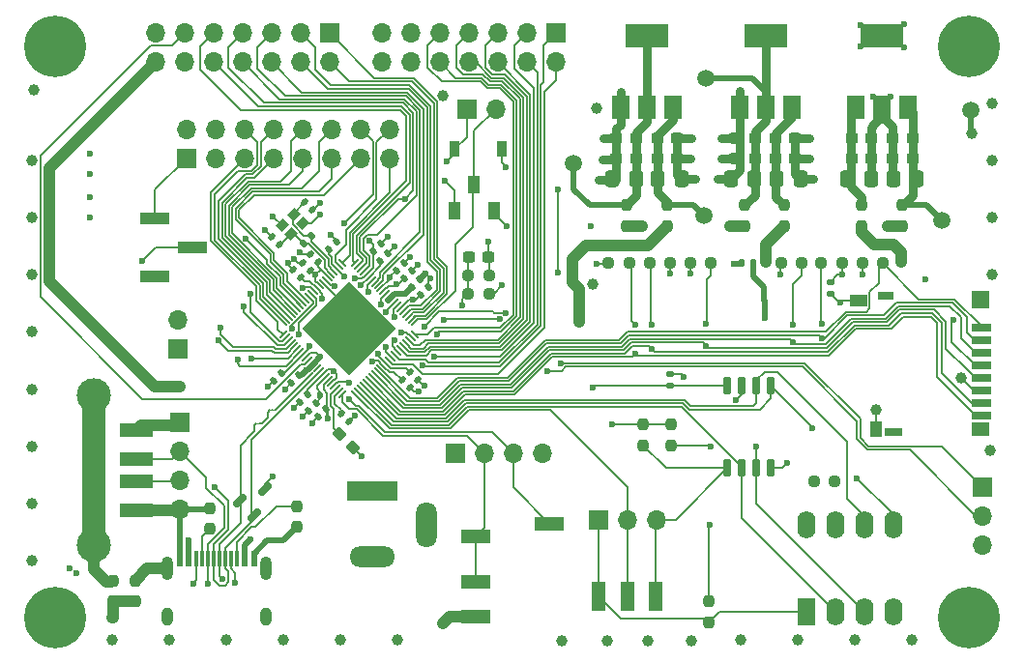
<source format=gbr>
%TF.GenerationSoftware,KiCad,Pcbnew,7.0.1*%
%TF.CreationDate,2024-02-21T01:36:57-05:00*%
%TF.ProjectId,12-30-23-Teacup.kicad_pcb-revC,31322d33-302d-4323-932d-546561637570,B*%
%TF.SameCoordinates,Original*%
%TF.FileFunction,Copper,L1,Top*%
%TF.FilePolarity,Positive*%
%FSLAX46Y46*%
G04 Gerber Fmt 4.6, Leading zero omitted, Abs format (unit mm)*
G04 Created by KiCad (PCBNEW 7.0.1) date 2024-02-21 01:36:57*
%MOMM*%
%LPD*%
G01*
G04 APERTURE LIST*
G04 Aperture macros list*
%AMRoundRect*
0 Rectangle with rounded corners*
0 $1 Rounding radius*
0 $2 $3 $4 $5 $6 $7 $8 $9 X,Y pos of 4 corners*
0 Add a 4 corners polygon primitive as box body*
4,1,4,$2,$3,$4,$5,$6,$7,$8,$9,$2,$3,0*
0 Add four circle primitives for the rounded corners*
1,1,$1+$1,$2,$3*
1,1,$1+$1,$4,$5*
1,1,$1+$1,$6,$7*
1,1,$1+$1,$8,$9*
0 Add four rect primitives between the rounded corners*
20,1,$1+$1,$2,$3,$4,$5,0*
20,1,$1+$1,$4,$5,$6,$7,0*
20,1,$1+$1,$6,$7,$8,$9,0*
20,1,$1+$1,$8,$9,$2,$3,0*%
%AMRotRect*
0 Rectangle, with rotation*
0 The origin of the aperture is its center*
0 $1 length*
0 $2 width*
0 $3 Rotation angle, in degrees counterclockwise*
0 Add horizontal line*
21,1,$1,$2,0,0,$3*%
G04 Aperture macros list end*
%TA.AperFunction,SMDPad,CuDef*%
%ADD10RoundRect,0.237500X0.300000X0.237500X-0.300000X0.237500X-0.300000X-0.237500X0.300000X-0.237500X0*%
%TD*%
%TA.AperFunction,SMDPad,CuDef*%
%ADD11RoundRect,0.237500X-0.300000X-0.237500X0.300000X-0.237500X0.300000X0.237500X-0.300000X0.237500X0*%
%TD*%
%TA.AperFunction,SMDPad,CuDef*%
%ADD12R,1.250000X2.500000*%
%TD*%
%TA.AperFunction,SMDPad,CuDef*%
%ADD13RoundRect,0.135000X-0.185000X0.135000X-0.185000X-0.135000X0.185000X-0.135000X0.185000X0.135000X0*%
%TD*%
%TA.AperFunction,SMDPad,CuDef*%
%ADD14C,1.500000*%
%TD*%
%TA.AperFunction,SMDPad,CuDef*%
%ADD15RoundRect,0.140000X-0.219203X-0.021213X-0.021213X-0.219203X0.219203X0.021213X0.021213X0.219203X0*%
%TD*%
%TA.AperFunction,SMDPad,CuDef*%
%ADD16R,1.500000X2.000000*%
%TD*%
%TA.AperFunction,SMDPad,CuDef*%
%ADD17R,3.800000X2.000000*%
%TD*%
%TA.AperFunction,ComponentPad*%
%ADD18C,0.800000*%
%TD*%
%TA.AperFunction,ComponentPad*%
%ADD19C,5.400000*%
%TD*%
%TA.AperFunction,SMDPad,CuDef*%
%ADD20RoundRect,0.250000X-0.337500X-0.475000X0.337500X-0.475000X0.337500X0.475000X-0.337500X0.475000X0*%
%TD*%
%TA.AperFunction,SMDPad,CuDef*%
%ADD21RoundRect,0.150000X0.150000X-0.650000X0.150000X0.650000X-0.150000X0.650000X-0.150000X-0.650000X0*%
%TD*%
%TA.AperFunction,SMDPad,CuDef*%
%ADD22R,1.000000X1.600000*%
%TD*%
%TA.AperFunction,SMDPad,CuDef*%
%ADD23RoundRect,0.140000X0.219203X0.021213X0.021213X0.219203X-0.219203X-0.021213X-0.021213X-0.219203X0*%
%TD*%
%TA.AperFunction,SMDPad,CuDef*%
%ADD24RoundRect,0.237500X0.237500X-0.250000X0.237500X0.250000X-0.237500X0.250000X-0.237500X-0.250000X0*%
%TD*%
%TA.AperFunction,ComponentPad*%
%ADD25R,1.700000X1.700000*%
%TD*%
%TA.AperFunction,ComponentPad*%
%ADD26O,1.700000X1.700000*%
%TD*%
%TA.AperFunction,SMDPad,CuDef*%
%ADD27RoundRect,0.250000X0.337500X0.475000X-0.337500X0.475000X-0.337500X-0.475000X0.337500X-0.475000X0*%
%TD*%
%TA.AperFunction,SMDPad,CuDef*%
%ADD28RoundRect,0.237500X-0.250000X-0.237500X0.250000X-0.237500X0.250000X0.237500X-0.250000X0.237500X0*%
%TD*%
%TA.AperFunction,SMDPad,CuDef*%
%ADD29RoundRect,0.140000X0.021213X-0.219203X0.219203X-0.021213X-0.021213X0.219203X-0.219203X0.021213X0*%
%TD*%
%TA.AperFunction,SMDPad,CuDef*%
%ADD30R,0.950000X1.400000*%
%TD*%
%TA.AperFunction,SMDPad,CuDef*%
%ADD31R,1.750000X0.700000*%
%TD*%
%TA.AperFunction,SMDPad,CuDef*%
%ADD32R,1.000000X1.450000*%
%TD*%
%TA.AperFunction,SMDPad,CuDef*%
%ADD33R,1.550000X1.000000*%
%TD*%
%TA.AperFunction,SMDPad,CuDef*%
%ADD34R,1.500000X0.800000*%
%TD*%
%TA.AperFunction,SMDPad,CuDef*%
%ADD35R,1.500000X1.300000*%
%TD*%
%TA.AperFunction,SMDPad,CuDef*%
%ADD36R,1.500000X1.500000*%
%TD*%
%TA.AperFunction,SMDPad,CuDef*%
%ADD37R,1.400000X0.800000*%
%TD*%
%TA.AperFunction,SMDPad,CuDef*%
%ADD38R,0.600000X1.450000*%
%TD*%
%TA.AperFunction,SMDPad,CuDef*%
%ADD39R,0.300000X1.450000*%
%TD*%
%TA.AperFunction,ComponentPad*%
%ADD40O,1.000000X2.100000*%
%TD*%
%TA.AperFunction,ComponentPad*%
%ADD41O,1.000000X1.600000*%
%TD*%
%TA.AperFunction,SMDPad,CuDef*%
%ADD42R,2.510000X1.000000*%
%TD*%
%TA.AperFunction,SMDPad,CuDef*%
%ADD43R,2.500000X1.200000*%
%TD*%
%TA.AperFunction,SMDPad,CuDef*%
%ADD44RoundRect,0.150000X-0.256326X-0.468458X0.468458X0.256326X0.256326X0.468458X-0.468458X-0.256326X0*%
%TD*%
%TA.AperFunction,SMDPad,CuDef*%
%ADD45RoundRect,0.237500X0.250000X0.237500X-0.250000X0.237500X-0.250000X-0.237500X0.250000X-0.237500X0*%
%TD*%
%TA.AperFunction,SMDPad,CuDef*%
%ADD46RoundRect,0.140000X-0.021213X0.219203X-0.219203X0.021213X0.021213X-0.219203X0.219203X-0.021213X0*%
%TD*%
%TA.AperFunction,SMDPad,CuDef*%
%ADD47RotRect,0.150000X0.850000X45.000000*%
%TD*%
%TA.AperFunction,SMDPad,CuDef*%
%ADD48RotRect,0.150000X0.850000X315.000000*%
%TD*%
%TA.AperFunction,SMDPad,CuDef*%
%ADD49RotRect,5.800000X5.800000X315.000000*%
%TD*%
%TA.AperFunction,SMDPad,CuDef*%
%ADD50RoundRect,0.237500X-0.237500X0.250000X-0.237500X-0.250000X0.237500X-0.250000X0.237500X0.250000X0*%
%TD*%
%TA.AperFunction,SMDPad,CuDef*%
%ADD51RoundRect,0.140000X0.170000X-0.140000X0.170000X0.140000X-0.170000X0.140000X-0.170000X-0.140000X0*%
%TD*%
%TA.AperFunction,SMDPad,CuDef*%
%ADD52R,3.000000X1.250000*%
%TD*%
%TA.AperFunction,ComponentPad*%
%ADD53C,3.000000*%
%TD*%
%TA.AperFunction,SMDPad,CuDef*%
%ADD54RoundRect,0.237500X-0.380070X0.044194X0.044194X-0.380070X0.380070X-0.044194X-0.044194X0.380070X0*%
%TD*%
%TA.AperFunction,ComponentPad*%
%ADD55R,1.600000X2.400000*%
%TD*%
%TA.AperFunction,ComponentPad*%
%ADD56O,1.600000X2.400000*%
%TD*%
%TA.AperFunction,SMDPad,CuDef*%
%ADD57RotRect,0.900000X0.800000X45.000000*%
%TD*%
%TA.AperFunction,ComponentPad*%
%ADD58R,4.400000X1.800000*%
%TD*%
%TA.AperFunction,ComponentPad*%
%ADD59O,4.000000X1.800000*%
%TD*%
%TA.AperFunction,ComponentPad*%
%ADD60O,1.800000X4.000000*%
%TD*%
%TA.AperFunction,SMDPad,CuDef*%
%ADD61RoundRect,0.135000X0.035355X-0.226274X0.226274X-0.035355X-0.035355X0.226274X-0.226274X0.035355X0*%
%TD*%
%TA.AperFunction,SMDPad,CuDef*%
%ADD62RoundRect,0.140000X-0.140000X-0.170000X0.140000X-0.170000X0.140000X0.170000X-0.140000X0.170000X0*%
%TD*%
%TA.AperFunction,ViaPad*%
%ADD63C,0.600000*%
%TD*%
%TA.AperFunction,ViaPad*%
%ADD64C,1.000000*%
%TD*%
%TA.AperFunction,ViaPad*%
%ADD65C,3.000000*%
%TD*%
%TA.AperFunction,Conductor*%
%ADD66C,0.750000*%
%TD*%
%TA.AperFunction,Conductor*%
%ADD67C,0.200000*%
%TD*%
%TA.AperFunction,Conductor*%
%ADD68C,0.500000*%
%TD*%
%TA.AperFunction,Conductor*%
%ADD69C,1.000000*%
%TD*%
%TA.AperFunction,Conductor*%
%ADD70C,0.150000*%
%TD*%
%TA.AperFunction,Conductor*%
%ADD71C,0.180000*%
%TD*%
%TA.AperFunction,Conductor*%
%ADD72C,2.000000*%
%TD*%
G04 APERTURE END LIST*
D10*
%TO.P,C19,1*%
%TO.N,GND*%
X202922500Y-73419999D03*
%TO.P,C19,2*%
%TO.N,Net-(IC1-VREF)*%
X201197500Y-73419999D03*
%TD*%
D11*
%TO.P,C2,1*%
%TO.N,Net-(U1-VI)*%
X217737500Y-64800000D03*
%TO.P,C2,2*%
%TO.N,GND*%
X219462500Y-64800000D03*
%TD*%
D12*
%TO.P,SW2,1,A*%
%TO.N,/NOR_CE1*%
X212600000Y-103150000D03*
%TO.P,SW2,2,B*%
%TO.N,/NOR_CE*%
X215100000Y-103150000D03*
%TO.P,SW2,3,C*%
%TO.N,/NOR_CE2*%
X217600000Y-103150000D03*
%TD*%
D13*
%TO.P,R22,1*%
%TO.N,+3V3*%
X232910000Y-75600000D03*
%TO.P,R22,2*%
%TO.N,/PB27*%
X232910000Y-76620000D03*
%TD*%
D14*
%TO.P,TP8,1,1*%
%TO.N,GND*%
X245200000Y-60600000D03*
%TD*%
D15*
%TO.P,C20,1*%
%TO.N,GND*%
X183951922Y-71693954D03*
%TO.P,C20,2*%
%TO.N,Net-(IC1-EXCLK_I)*%
X184630744Y-72372776D03*
%TD*%
D16*
%TO.P,U2,1,GND*%
%TO.N,GND*%
X224900000Y-60350000D03*
%TO.P,U2,2,VO*%
%TO.N,Net-(U2-VO)*%
X227200000Y-60350000D03*
D17*
X227200000Y-54050000D03*
D16*
%TO.P,U2,3,VI*%
%TO.N,Net-(U2-VI)*%
X229500000Y-60350000D03*
%TD*%
D18*
%TO.P,H4,1,1*%
%TO.N,GND*%
X242975000Y-55000000D03*
X243568109Y-53568109D03*
X243568109Y-56431891D03*
X245000000Y-52975000D03*
D19*
X245000000Y-55000000D03*
D18*
X245000000Y-57025000D03*
X246431891Y-53568109D03*
X246431891Y-56431891D03*
X247025000Y-55000000D03*
%TD*%
D20*
%TO.P,C1,1*%
%TO.N,Net-(U1-VI)*%
X217762500Y-66600000D03*
%TO.P,C1,2*%
%TO.N,GND*%
X219837500Y-66600000D03*
%TD*%
D21*
%TO.P,U4,1,~{CS}*%
%TO.N,/NOR_CE2*%
X223860000Y-91900000D03*
%TO.P,U4,2,DO(IO1)*%
%TO.N,/NOR_DR*%
X225130000Y-91900000D03*
%TO.P,U4,3,IO2*%
%TO.N,Net-(U4-IO2)*%
X226400000Y-91900000D03*
%TO.P,U4,4,GND*%
%TO.N,GND*%
X227670000Y-91900000D03*
%TO.P,U4,5,DI(IO0)*%
%TO.N,/NOR_DT*%
X227670000Y-84700000D03*
%TO.P,U4,6,CLK*%
%TO.N,/NOR_CK*%
X226400000Y-84700000D03*
%TO.P,U4,7,IO3*%
%TO.N,Net-(U4-IO3)*%
X225130000Y-84700000D03*
%TO.P,U4,8,VCC*%
%TO.N,+3V3*%
X223860000Y-84700000D03*
%TD*%
D22*
%TO.P,S1,1*%
%TO.N,GND*%
X199925000Y-69375000D03*
%TO.P,S1,2C*%
%TO.N,Net-(IC1-BOOT_SEL0_PC00)*%
X201675000Y-67075000D03*
%TO.P,S1,3*%
%TO.N,+3V3*%
X203425000Y-69375000D03*
%TD*%
D14*
%TO.P,TP6,1,1*%
%TO.N,Net-(U3-VO)*%
X242600000Y-70200000D03*
%TD*%
D23*
%TO.P,C37,1*%
%TO.N,+0V8*%
X186529411Y-75209411D03*
%TO.P,C37,2*%
%TO.N,GND*%
X185850589Y-74530589D03*
%TD*%
D24*
%TO.P,R2,1*%
%TO.N,+5V*%
X218600000Y-70712500D03*
%TO.P,R2,2*%
%TO.N,Net-(U1-VI)*%
X218600000Y-68887500D03*
%TD*%
%TO.P,R3,1*%
%TO.N,+3V3*%
X215000000Y-70712500D03*
%TO.P,R3,2*%
%TO.N,Net-(U1-VO)*%
X215000000Y-68887500D03*
%TD*%
D18*
%TO.P,H3,1,1*%
%TO.N,GND*%
X242975000Y-105000000D03*
X243568109Y-103568109D03*
X243568109Y-106431891D03*
X245000000Y-102975000D03*
D19*
X245000000Y-105000000D03*
D18*
X245000000Y-107025000D03*
X246431891Y-103568109D03*
X246431891Y-106431891D03*
X247025000Y-105000000D03*
%TD*%
D25*
%TO.P,J12,1,Pin_1*%
%TO.N,GND*%
X200010000Y-90590000D03*
D26*
%TO.P,J12,2,Pin_2*%
%TO.N,/HPOUTL*%
X202550000Y-90590000D03*
%TO.P,J12,3,Pin_3*%
%TO.N,/MICLP*%
X205090000Y-90590000D03*
%TO.P,J12,4,Pin_4*%
%TO.N,GND*%
X207630000Y-90590000D03*
%TD*%
D27*
%TO.P,C16,1*%
%TO.N,Net-(U3-VO)*%
X240437500Y-66600000D03*
%TO.P,C16,2*%
%TO.N,GND*%
X238362500Y-66600000D03*
%TD*%
D28*
%TO.P,R18,1*%
%TO.N,+3V3*%
X220587500Y-73987500D03*
%TO.P,R18,2*%
%TO.N,/MMC0_CLK*%
X222412500Y-73987500D03*
%TD*%
D15*
%TO.P,C21,1*%
%TO.N,Net-(IC1-EXCLK_O)*%
X186855224Y-68612939D03*
%TO.P,C21,2*%
%TO.N,GND*%
X187534046Y-69291761D03*
%TD*%
%TO.P,C38,1*%
%TO.N,+3V3*%
X196100589Y-83500589D03*
%TO.P,C38,2*%
%TO.N,GND*%
X196779411Y-84179411D03*
%TD*%
D25*
%TO.P,J7,1,Pin_1*%
%TO.N,/MDCK*%
X208825000Y-53825000D03*
D26*
%TO.P,J7,2,Pin_2*%
%TO.N,/MDIO*%
X208825000Y-56365000D03*
%TO.P,J7,3,Pin_3*%
%TO.N,/RXD0*%
X206285000Y-53825000D03*
%TO.P,J7,4,Pin_4*%
%TO.N,/RXDV*%
X206285000Y-56365000D03*
%TO.P,J7,5,Pin_5*%
%TO.N,/TXCLK*%
X203745000Y-53825000D03*
%TO.P,J7,6,Pin_6*%
%TO.N,/RXD1*%
X203745000Y-56365000D03*
%TO.P,J7,7,Pin_7*%
%TO.N,/TXD0*%
X201205000Y-53825000D03*
%TO.P,J7,8,Pin_8*%
%TO.N,/PHYCLK*%
X201205000Y-56365000D03*
%TO.P,J7,9,Pin_9*%
%TO.N,/TXEN*%
X198665000Y-53825000D03*
%TO.P,J7,10,Pin_10*%
%TO.N,/TXD1*%
X198665000Y-56365000D03*
%TO.P,J7,11,Pin_11*%
%TO.N,GND*%
X196125000Y-53825000D03*
%TO.P,J7,12,Pin_12*%
X196125000Y-56365000D03*
%TO.P,J7,13,Pin_13*%
%TO.N,+3V3*%
X193585000Y-53825000D03*
%TO.P,J7,14,Pin_14*%
%TO.N,+5V*%
X193585000Y-56365000D03*
%TD*%
D28*
%TO.P,R17,1*%
%TO.N,+3V3*%
X228537500Y-73987500D03*
%TO.P,R17,2*%
%TO.N,/MMC0_CMD*%
X230362500Y-73987500D03*
%TD*%
D10*
%TO.P,C18,1*%
%TO.N,Net-(U3-VO)*%
X240062500Y-63000000D03*
%TO.P,C18,2*%
%TO.N,GND*%
X238337500Y-63000000D03*
%TD*%
D24*
%TO.P,R8,1*%
%TO.N,+3V3*%
X235600000Y-70712500D03*
%TO.P,R8,2*%
%TO.N,Net-(U3-VI)*%
X235600000Y-68887500D03*
%TD*%
D29*
%TO.P,C25,1*%
%TO.N,+1V8*%
X188960589Y-72739411D03*
%TO.P,C25,2*%
%TO.N,GND*%
X189639411Y-72060589D03*
%TD*%
D30*
%TO.P,S2,1*%
%TO.N,Net-(IC1-PPRST_)*%
X199950000Y-63975000D03*
%TO.P,S2,2*%
%TO.N,GND*%
X204100000Y-63975000D03*
%TD*%
D23*
%TO.P,C30,1*%
%TO.N,+1V8*%
X188039411Y-73889411D03*
%TO.P,C30,2*%
%TO.N,GND*%
X187360589Y-73210589D03*
%TD*%
D28*
%TO.P,R15,1*%
%TO.N,+3V3*%
X235662500Y-73987500D03*
%TO.P,R15,2*%
%TO.N,/MMC0_D2*%
X237487500Y-73987500D03*
%TD*%
D31*
%TO.P,J2,1,DAT2*%
%TO.N,/MMC0_D2*%
X246110000Y-79645000D03*
%TO.P,J2,2,DAT3/CD*%
%TO.N,/MMC0_D3*%
X246110000Y-80745000D03*
%TO.P,J2,3,CMD*%
%TO.N,/MMC0_CMD*%
X246110000Y-81845000D03*
%TO.P,J2,4,VDD*%
%TO.N,+3V3*%
X246110000Y-82945000D03*
%TO.P,J2,5,CLK*%
%TO.N,/MMC0_CLK*%
X246110000Y-84045000D03*
%TO.P,J2,6,VSS*%
%TO.N,GND*%
X246110000Y-85145000D03*
%TO.P,J2,7,DAT0*%
%TO.N,/MMC0_D0*%
X246110000Y-86245000D03*
%TO.P,J2,8,DAT1*%
%TO.N,/MMC0_D1*%
X246110000Y-87345000D03*
D32*
%TO.P,J2,9,SHIELD*%
%TO.N,GND*%
X236885000Y-88470000D03*
D33*
%TO.P,J2,10,CD*%
%TO.N,/PB27*%
X235310000Y-77245000D03*
D34*
%TO.P,J2,11*%
%TO.N,N/C*%
X238385000Y-88795000D03*
D35*
X245985000Y-88545000D03*
D36*
X245985000Y-77195000D03*
D37*
X237735000Y-76845000D03*
%TD*%
D38*
%TO.P,J1,A1,GND*%
%TO.N,GND*%
X175892500Y-99822500D03*
%TO.P,J1,A4,VBUS*%
%TO.N,+5V*%
X176692500Y-99822500D03*
D39*
%TO.P,J1,A5,CC1*%
%TO.N,Net-(J1-CC1)*%
X177892500Y-99822500D03*
%TO.P,J1,A6,D+*%
%TO.N,/USB_D+*%
X178892500Y-99822500D03*
%TO.P,J1,A7,D-*%
%TO.N,/USB_D-*%
X179392500Y-99822500D03*
%TO.P,J1,A8,SBU1*%
%TO.N,/UART0_RXD*%
X180392500Y-99822500D03*
D38*
%TO.P,J1,A9,VBUS*%
%TO.N,+5V*%
X181592500Y-99822500D03*
%TO.P,J1,A12,GND*%
%TO.N,GND*%
X182392500Y-99822500D03*
%TO.P,J1,B1,GND*%
X182392500Y-99822500D03*
%TO.P,J1,B4,VBUS*%
%TO.N,+5V*%
X181592500Y-99822500D03*
D39*
%TO.P,J1,B5,CC2*%
%TO.N,Net-(J1-CC2)*%
X180892500Y-99822500D03*
%TO.P,J1,B6,D+*%
%TO.N,/USB_D+*%
X179892500Y-99822500D03*
%TO.P,J1,B7,D-*%
%TO.N,/USB_D-*%
X178392500Y-99822500D03*
%TO.P,J1,B8,SBU2*%
%TO.N,/UART0_TXD*%
X177392500Y-99822500D03*
D38*
%TO.P,J1,B9,VBUS*%
%TO.N,+5V*%
X176692500Y-99822500D03*
%TO.P,J1,B12,GND*%
%TO.N,GND*%
X175892500Y-99822500D03*
D40*
%TO.P,J1,S1,SHIELD*%
%TO.N,Net-(J1-SHIELD)*%
X174822500Y-100737500D03*
D41*
X174822500Y-104917500D03*
D40*
X183462500Y-100737500D03*
D41*
X183462500Y-104917500D03*
%TD*%
D11*
%TO.P,C15,1*%
%TO.N,Net-(U3-VI)*%
X234737500Y-63000000D03*
%TO.P,C15,2*%
%TO.N,GND*%
X236462500Y-63000000D03*
%TD*%
D42*
%TO.P,J15,1,Pin_1*%
%TO.N,/PA15*%
X173745000Y-70085000D03*
%TO.P,J15,2,Pin_2*%
%TO.N,Net-(J15-Pin_2)*%
X177055000Y-72625000D03*
%TO.P,J15,3,Pin_3*%
%TO.N,+3V3*%
X173745000Y-75165000D03*
%TD*%
D43*
%TO.P,J10,R1*%
%TO.N,/HPOUTL*%
X201780000Y-101895000D03*
%TO.P,J10,R2*%
%TO.N,GND*%
X201780000Y-104895000D03*
%TO.P,J10,S*%
%TO.N,/MICLP*%
X208280000Y-96795000D03*
%TO.P,J10,T*%
%TO.N,/HPOUTL*%
X201780000Y-97895000D03*
%TD*%
D10*
%TO.P,C5,1*%
%TO.N,Net-(U1-VO)*%
X215862500Y-64800000D03*
%TO.P,C5,2*%
%TO.N,GND*%
X214137500Y-64800000D03*
%TD*%
D14*
%TO.P,TP1,1,1*%
%TO.N,Net-(U1-VI)*%
X221800000Y-69800000D03*
%TD*%
D44*
%TO.P,D1,1,A1*%
%TO.N,/USB_D-*%
X181119581Y-94736917D03*
%TO.P,D1,2,A2*%
%TO.N,/USB_D+*%
X182463083Y-96080419D03*
%TO.P,D1,3,common*%
%TO.N,GND*%
X183400000Y-93800000D03*
%TD*%
D10*
%TO.P,C12,1*%
%TO.N,Net-(U2-VO)*%
X226262500Y-63000000D03*
%TO.P,C12,2*%
%TO.N,GND*%
X224537500Y-63000000D03*
%TD*%
D45*
%TO.P,R19,1*%
%TO.N,+3V3*%
X218862500Y-73987500D03*
%TO.P,R19,2*%
%TO.N,/MMC0_D0*%
X217037500Y-73987500D03*
%TD*%
D46*
%TO.P,C43,1*%
%TO.N,+0V8*%
X188689411Y-86760589D03*
%TO.P,C43,2*%
%TO.N,GND*%
X188010589Y-87439411D03*
%TD*%
%TO.P,C44,1*%
%TO.N,+0V8*%
X184789411Y-83610589D03*
%TO.P,C44,2*%
%TO.N,GND*%
X184110589Y-84289411D03*
%TD*%
D47*
%TO.P,IC1,1,PWM0_SSI1_DT_PB17*%
%TO.N,/PB17*%
X190151992Y-73954757D03*
%TO.P,IC1,2,PWM1_SSI1_DR_PB18*%
%TO.N,/PB18*%
X189904505Y-74202245D03*
%TO.P,IC1,3,VDDIO_OSC*%
%TO.N,+1V8*%
X189657017Y-74449732D03*
%TO.P,IC1,4,EXCLK_O*%
%TO.N,Net-(IC1-EXCLK_O)*%
X189409530Y-74697220D03*
%TO.P,IC1,5,EXCLK_I*%
%TO.N,Net-(IC1-EXCLK_I)*%
X189162043Y-74944707D03*
%TO.P,IC1,6,PLL_VDDHV*%
%TO.N,+1V8*%
X188914555Y-75192194D03*
%TO.P,IC1,7,PPRST_*%
%TO.N,Net-(IC1-PPRST_)*%
X188667068Y-75439682D03*
%TO.P,IC1,8,EFUSE_AVD*%
%TO.N,GND*%
X188419581Y-75687169D03*
%TO.P,IC1,9,VDDIO0*%
%TO.N,+1V8*%
X188172093Y-75934656D03*
%TO.P,IC1,10,VDD_1*%
%TO.N,+0V8*%
X187924606Y-76182144D03*
%TO.P,IC1,11,SA2_PA18*%
%TO.N,/PA18*%
X187677119Y-76429631D03*
%TO.P,IC1,12,SD7_SMB0_SCK_PA13*%
%TO.N,/I2C0_SCK*%
X187429631Y-76677119D03*
%TO.P,IC1,13,SD6_SMB0_SDA_PA12*%
%TO.N,/I2C0_SDA*%
X187182144Y-76924606D03*
%TO.P,IC1,14,RD_DVP_VSYNC_SMB1_SCK_MSC1_CMD_PA17*%
%TO.N,/PA17*%
X186934656Y-77172093D03*
%TO.P,IC1,15,CS2_DVP_HSYNC_SMB1_SDA_MSC1_CLK_PA16*%
%TO.N,/PA16*%
X186687169Y-77419581D03*
%TO.P,IC1,16,SA1_DVP_MCLK_PA15*%
%TO.N,/PA15*%
X186439682Y-77667068D03*
%TO.P,IC1,17,SA0_DVP_PCLK_PWM0_PA14*%
%TO.N,/PA14*%
X186192194Y-77914555D03*
%TO.P,IC1,18,SD5_DVP_D11_UART2_RXD_MSC1_D3_PA11*%
%TO.N,/PA11*%
X185944707Y-78162043D03*
%TO.P,IC1,19,SD4_DVP_D10_UART2_TXD_MSC1_D2_PA10*%
%TO.N,/PA10*%
X185697220Y-78409530D03*
%TO.P,IC1,20,SD3_DVP_D9_UART2_RTS_MSC1_D1_PA09*%
%TO.N,/PA09*%
X185449732Y-78657017D03*
%TO.P,IC1,21,SD2_DVP_D8_UART2_CTS_MSC1_D0_PA08*%
%TO.N,/PA08*%
X185202245Y-78904505D03*
%TO.P,IC1,22,SD1_DVP_D7_UART1_RXD_PA07*%
%TO.N,/PA07*%
X184954757Y-79151992D03*
D48*
%TO.P,IC1,23,SD0_DVP6_UART1_TXD_PA06*%
%TO.N,/PA06*%
X184954757Y-80248008D03*
%TO.P,IC1,24,MIPI_DATAN0_DVP_D5*%
%TO.N,/MIPI_0_N*%
X185202245Y-80495495D03*
%TO.P,IC1,25,MIPI_DATAP0_DVP_D4*%
%TO.N,/MIPI_0_P*%
X185449732Y-80742983D03*
%TO.P,IC1,26,MIPI_CLKN_DVP_D3*%
%TO.N,/MIPI_CLK_N*%
X185697220Y-80990470D03*
%TO.P,IC1,27,MIPI_CLKP_DVP_D2*%
%TO.N,/MIPI_CLK_P*%
X185944707Y-81237957D03*
%TO.P,IC1,28,MIPI_DATAN1_DVP_D1*%
%TO.N,/MIPI_1_N*%
X186192194Y-81485445D03*
%TO.P,IC1,29,MIPI_DATAP1_DVP_D0*%
%TO.N,/MIPI_1_P*%
X186439682Y-81732932D03*
%TO.P,IC1,30,MIPI_AVD08*%
%TO.N,+0V8*%
X186687169Y-81980419D03*
%TO.P,IC1,31,MIPI_AVD18*%
%TO.N,+1V8*%
X186934656Y-82227907D03*
%TO.P,IC1,32,ADC_AUX0*%
%TO.N,/AUX0*%
X187182144Y-82475394D03*
%TO.P,IC1,33,ADC_VREF*%
%TO.N,+1V8*%
X187429631Y-82722881D03*
%TO.P,IC1,34,ADC_AVDD*%
X187677119Y-82970369D03*
%TO.P,IC1,35,USB0PN*%
%TO.N,/USB_D-*%
X187924606Y-83217856D03*
%TO.P,IC1,36,USB0PP*%
%TO.N,/USB_D+*%
X188172093Y-83465344D03*
%TO.P,IC1,37,USB_AVD33*%
%TO.N,+3V3*%
X188419581Y-83712831D03*
%TO.P,IC1,38,USB_AVD18*%
%TO.N,+1V8*%
X188667068Y-83960318D03*
%TO.P,IC1,39,VDD_2*%
%TO.N,+0V8*%
X188914555Y-84207806D03*
%TO.P,IC1,40,VDDIO2*%
%TO.N,+3V3*%
X189162043Y-84455293D03*
%TO.P,IC1,41,MICLP*%
%TO.N,/MICLP*%
X189409530Y-84702780D03*
%TO.P,IC1,42,VCM*%
%TO.N,Net-(IC1-VCM)*%
X189657017Y-84950268D03*
%TO.P,IC1,43,CODEC_AVDD*%
%TO.N,+1V8*%
X189904505Y-85197755D03*
%TO.P,IC1,44,HPOUTL*%
%TO.N,/HPOUTL*%
X190151992Y-85445243D03*
D47*
%TO.P,IC1,45,SFC_CE0_PA28*%
%TO.N,/NOR_CE*%
X191248008Y-85445243D03*
%TO.P,IC1,46,SFC_DR_PA24*%
%TO.N,/NOR_DR*%
X191495495Y-85197755D03*
%TO.P,IC1,47,SFC_DT_PA23*%
%TO.N,/NOR_DT*%
X191742983Y-84950268D03*
%TO.P,IC1,48,SFC_CLK_PA27*%
%TO.N,/NOR_CK*%
X191990470Y-84702780D03*
%TO.P,IC1,49,MSC0_D1_SSI_SLV_DR_PB01*%
%TO.N,/MMC0_D1*%
X192237957Y-84455293D03*
%TO.P,IC1,50,MSC0_D0_SSI_SLV_DT_PB00*%
%TO.N,/MMC0_D0*%
X192485445Y-84207806D03*
%TO.P,IC1,51,MSC0_CLK_SSI_SLV_CLK_PB04*%
%TO.N,/MMC0_CLK*%
X192732932Y-83960318D03*
%TO.P,IC1,52,MSC0_CMD_SSI_SLV_CE0_PB05*%
%TO.N,/MMC0_CMD*%
X192980419Y-83712831D03*
%TO.P,IC1,53,MSC0_D3_PB03*%
%TO.N,/MMC0_D3*%
X193227907Y-83465344D03*
%TO.P,IC1,54,MSC0_D2_PB02*%
%TO.N,/MMC0_D2*%
X193475394Y-83217856D03*
%TO.P,IC1,55,VDD_3*%
%TO.N,+0V8*%
X193722881Y-82970369D03*
%TO.P,IC1,56,VDDIO1_1*%
%TO.N,+3V3*%
X193970369Y-82722881D03*
%TO.P,IC1,57,GMAC_MDIO_MSC1_D1_SLCD_D5_PB11*%
%TO.N,/MDIO*%
X194217856Y-82475394D03*
%TO.P,IC1,58,GMAC_MDCK_MSC1_D0_I2S_SDTO_SLCD_D4_PB10*%
%TO.N,/MDCK*%
X194465344Y-82227907D03*
%TO.P,IC1,59,GMAC_RXDV_MSC1_CMD_I2S_SDTI_SLCD_D3_PB09*%
%TO.N,/RXDV*%
X194712831Y-81980419D03*
%TO.P,IC1,60,GMAC_RXD0_I2S_DAC_LRCK_SLCD_WR_PB15/_SFC_CE1_PA26*%
%TO.N,/RXD0*%
X194960318Y-81732932D03*
%TO.P,IC1,61,GMAC_RXD1_SLCD_TE_PB16/_SFC_GPC_PA25*%
%TO.N,/RXD1*%
X195207806Y-81485445D03*
%TO.P,IC1,62,GMAC_TXCLK_SLCD_D0_PB06*%
%TO.N,/TXCLK*%
X195455293Y-81237957D03*
%TO.P,IC1,63,GMAC_PHY_CLK_SLCD_D1_PB07*%
%TO.N,/PHYCLK*%
X195702780Y-80990470D03*
%TO.P,IC1,64,GMAC_TXD0_MSC1_D2_I2S_ADC_LRCK_SLCD_D6_PB13*%
%TO.N,/TXD0*%
X195950268Y-80742983D03*
%TO.P,IC1,65,GMAC_TXD1_MSC1_D3_I2S_DAC_MCLK_SLCD_D7_PB14*%
%TO.N,/TXD1*%
X196197755Y-80495495D03*
%TO.P,IC1,66,GMAC_TXEN_MSC1_CLK_I2S_ADC_MCLK_SLCD_D2_PB08*%
%TO.N,/TXEN*%
X196445243Y-80248008D03*
D48*
%TO.P,IC1,67,BOOT_SEL0_PC00*%
%TO.N,Net-(IC1-BOOT_SEL0_PC00)*%
X196445243Y-79151992D03*
%TO.P,IC1,68,UART0_RTS_I2S_DAC_BCLK_SLCD_DC_PB21*%
%TO.N,/UART0_RTS*%
X196197755Y-78904505D03*
%TO.P,IC1,69,UART0_CTS_I2S_ADC_BCLK_SLCD_CS_PB20*%
%TO.N,/UART0_CTS*%
X195950268Y-78657017D03*
%TO.P,IC1,70,UART0_TXD_TDO_SLCD_RDY_PB22*%
%TO.N,/UART0_TXD*%
X195702780Y-78409530D03*
%TO.P,IC1,71,UART0_RXD_TDI_PB19*%
%TO.N,/UART0_RXD*%
X195455293Y-78162043D03*
%TO.P,IC1,72,VDD_4*%
%TO.N,+0V8*%
X195207806Y-77914555D03*
%TO.P,IC1,73,UART1_RXD_TMS_PB24*%
%TO.N,/UART_RX*%
X194960318Y-77667068D03*
%TO.P,IC1,74,UART1_TXD_TCK_PB23*%
%TO.N,/UART_TX*%
X194712831Y-77419581D03*
%TO.P,IC1,75,DDRVDD*%
%TO.N,+1V8*%
X194465344Y-77172093D03*
%TO.P,IC1,76,VDDMEM*%
X194217856Y-76924606D03*
%TO.P,IC1,77,VREF*%
%TO.N,Net-(IC1-VREF)*%
X193970369Y-76677119D03*
%TO.P,IC1,78,DDRPLL_VCCD*%
%TO.N,+0V8*%
X193722881Y-76429631D03*
%TO.P,IC1,79,DDRPLL_VCCA*%
%TO.N,+1V8*%
X193475394Y-76182144D03*
%TO.P,IC1,80,GPIO_PB31*%
%TO.N,/PB31*%
X193227907Y-75934656D03*
%TO.P,IC1,81,SSI1_CE0_DMIC_DAT1_PB30*%
%TO.N,/PB30*%
X192980419Y-75687169D03*
%TO.P,IC1,82,SSI1_CLK_DMIC_DAT0_PB29*%
%TO.N,/PB29*%
X192732932Y-75439682D03*
%TO.P,IC1,83,VDD_5*%
%TO.N,+0V8*%
X192485445Y-75192194D03*
%TO.P,IC1,84,VDDIO1_2*%
%TO.N,+3V3*%
X192237957Y-74944707D03*
%TO.P,IC1,85,PWM3_SSI1_DR_DMIC_CLK_PB28*%
%TO.N,/PB28*%
X191990470Y-74697220D03*
%TO.P,IC1,86,PWM2_SSI1_DT_DRV_VBUS_PB27*%
%TO.N,/PB27*%
X191742983Y-74449732D03*
%TO.P,IC1,87,SMB1_SCK_SSI1_CLK_PB26*%
%TO.N,/PB26*%
X191495495Y-74202245D03*
%TO.P,IC1,88,SMB1_SDA_SSI1_CE0_PB25*%
%TO.N,/PB25*%
X191248008Y-73954757D03*
D49*
%TO.P,IC1,89,EP*%
%TO.N,GND*%
X190700000Y-79700000D03*
%TD*%
D50*
%TO.P,R13,1*%
%TO.N,+3V3*%
X218900000Y-88087500D03*
%TO.P,R13,2*%
%TO.N,Net-(U4-IO2)*%
X218900000Y-89912500D03*
%TD*%
D45*
%TO.P,R16,1*%
%TO.N,+3V3*%
X233912500Y-73987500D03*
%TO.P,R16,2*%
%TO.N,/MMC0_D3*%
X232087500Y-73987500D03*
%TD*%
D25*
%TO.P,J6,1,Pin_1*%
%TO.N,/UART0_RTS*%
X189025000Y-53825000D03*
D26*
%TO.P,J6,2,Pin_2*%
%TO.N,/UART0_CTS*%
X189025000Y-56365000D03*
%TO.P,J6,3,Pin_3*%
%TO.N,/UART0_TXD*%
X186485000Y-53825000D03*
%TO.P,J6,4,Pin_4*%
%TO.N,/UART0_RXD*%
X186485000Y-56365000D03*
%TO.P,J6,5,Pin_5*%
%TO.N,/PB30*%
X183945000Y-53825000D03*
%TO.P,J6,6,Pin_6*%
%TO.N,/PB31*%
X183945000Y-56365000D03*
%TO.P,J6,7,Pin_7*%
%TO.N,/PB27*%
X181405000Y-53825000D03*
%TO.P,J6,8,Pin_8*%
%TO.N,/PB28*%
X181405000Y-56365000D03*
%TO.P,J6,9,Pin_9*%
%TO.N,/PB25*%
X178865000Y-53825000D03*
%TO.P,J6,10,Pin_10*%
%TO.N,/PB26*%
X178865000Y-56365000D03*
%TO.P,J6,11,Pin_11*%
%TO.N,/AUX0*%
X176325000Y-53825000D03*
%TO.P,J6,12,Pin_12*%
%TO.N,GND*%
X176325000Y-56365000D03*
%TO.P,J6,13,Pin_13*%
%TO.N,+3V3*%
X173785000Y-53825000D03*
%TO.P,J6,14,Pin_14*%
%TO.N,+5V*%
X173785000Y-56365000D03*
%TD*%
D24*
%TO.P,R1,1*%
%TO.N,GND*%
X170050000Y-103622500D03*
%TO.P,R1,2*%
%TO.N,Net-(J3-Shield)*%
X170050000Y-101797500D03*
%TD*%
D16*
%TO.P,U3,1,VI*%
%TO.N,Net-(U3-VI)*%
X235090000Y-60350000D03*
%TO.P,U3,2,GND*%
%TO.N,GND*%
X237390000Y-60350000D03*
D17*
X237390000Y-54050000D03*
D16*
%TO.P,U3,3,VO*%
%TO.N,Net-(U3-VO)*%
X239690000Y-60350000D03*
%TD*%
D45*
%TO.P,R11,1*%
%TO.N,GND*%
X202972500Y-75020000D03*
%TO.P,R11,2*%
%TO.N,Net-(IC1-VREF)*%
X201147500Y-75020000D03*
%TD*%
D18*
%TO.P,H1,1,1*%
%TO.N,GND*%
X162975000Y-105000000D03*
X163568109Y-103568109D03*
X163568109Y-106431891D03*
X165000000Y-102975000D03*
D19*
X165000000Y-105000000D03*
D18*
X165000000Y-107025000D03*
X166431891Y-103568109D03*
X166431891Y-106431891D03*
X167025000Y-105000000D03*
%TD*%
D20*
%TO.P,C13,1*%
%TO.N,Net-(U3-VI)*%
X234362500Y-66600000D03*
%TO.P,C13,2*%
%TO.N,GND*%
X236437500Y-66600000D03*
%TD*%
D46*
%TO.P,C39,1*%
%TO.N,+3V3*%
X187109411Y-85450589D03*
%TO.P,C39,2*%
%TO.N,GND*%
X186430589Y-86129411D03*
%TD*%
D14*
%TO.P,TP2,1,1*%
%TO.N,Net-(U1-VO)*%
X210400000Y-65200000D03*
%TD*%
D16*
%TO.P,U1,1,GND*%
%TO.N,GND*%
X214500000Y-60350000D03*
%TO.P,U1,2,VO*%
%TO.N,Net-(U1-VO)*%
X216800000Y-60350000D03*
D17*
X216800000Y-54050000D03*
D16*
%TO.P,U1,3,VI*%
%TO.N,Net-(U1-VI)*%
X219100000Y-60350000D03*
%TD*%
D11*
%TO.P,C9,1*%
%TO.N,Net-(U2-VI)*%
X228037500Y-63000000D03*
%TO.P,C9,2*%
%TO.N,GND*%
X229762500Y-63000000D03*
%TD*%
D25*
%TO.P,J5,1,Pin_1*%
%TO.N,/UART_TX*%
X246170000Y-93570000D03*
D26*
%TO.P,J5,2,Pin_2*%
%TO.N,/UART_RX*%
X246170000Y-96110000D03*
%TO.P,J5,3,Pin_3*%
%TO.N,GND*%
X246170000Y-98650000D03*
%TD*%
D51*
%TO.P,C23,1*%
%TO.N,+3V3*%
X218800000Y-84680000D03*
%TO.P,C23,2*%
%TO.N,GND*%
X218800000Y-83720000D03*
%TD*%
D25*
%TO.P,J4,1,Pin_1*%
%TO.N,/PA15*%
X176525000Y-64775000D03*
D26*
%TO.P,J4,2,Pin_2*%
%TO.N,+3V3*%
X176525000Y-62235000D03*
%TO.P,J4,3,Pin_3*%
%TO.N,/PA18*%
X179065000Y-64775000D03*
%TO.P,J4,4,Pin_4*%
%TO.N,+5V*%
X179065000Y-62235000D03*
%TO.P,J4,5,Pin_5*%
%TO.N,/PA06*%
X181605000Y-64775000D03*
%TO.P,J4,6,Pin_6*%
%TO.N,/PA07*%
X181605000Y-62235000D03*
%TO.P,J4,7,Pin_7*%
%TO.N,/PA09*%
X184145000Y-64775000D03*
%TO.P,J4,8,Pin_8*%
%TO.N,/PA08*%
X184145000Y-62235000D03*
%TO.P,J4,9,Pin_9*%
%TO.N,/PA11*%
X186685000Y-64775000D03*
%TO.P,J4,10,Pin_10*%
%TO.N,/PA10*%
X186685000Y-62235000D03*
%TO.P,J4,11,Pin_11*%
%TO.N,/PA16*%
X189225000Y-64775000D03*
%TO.P,J4,12,Pin_12*%
%TO.N,/PA14*%
X189225000Y-62235000D03*
%TO.P,J4,13,Pin_13*%
%TO.N,/PA17*%
X191765000Y-64775000D03*
%TO.P,J4,14,Pin_14*%
%TO.N,/PB29*%
X191765000Y-62235000D03*
%TO.P,J4,15,Pin_15*%
%TO.N,/PB17*%
X194305000Y-64775000D03*
%TO.P,J4,16,Pin_16*%
%TO.N,/PB18*%
X194305000Y-62235000D03*
%TD*%
D25*
%TO.P,J11,1,Pin_1*%
%TO.N,+5V*%
X175890000Y-87910000D03*
D26*
%TO.P,J11,2,Pin_2*%
%TO.N,/USB_D-*%
X175890000Y-90450000D03*
%TO.P,J11,3,Pin_3*%
%TO.N,/USB_D+*%
X175890000Y-92990000D03*
%TO.P,J11,4,Pin_4*%
%TO.N,GND*%
X175890000Y-95530000D03*
%TD*%
D23*
%TO.P,C34,1*%
%TO.N,+1V8*%
X187339411Y-74589411D03*
%TO.P,C34,2*%
%TO.N,GND*%
X186660589Y-73910589D03*
%TD*%
D52*
%TO.P,J3,1,VBUS*%
%TO.N,+5V*%
X172080000Y-88600000D03*
%TO.P,J3,2,D-*%
%TO.N,/USB_D-*%
X172080000Y-91100000D03*
%TO.P,J3,3,D+*%
%TO.N,/USB_D+*%
X172080000Y-93100000D03*
%TO.P,J3,4,GND*%
%TO.N,GND*%
X172080000Y-95600000D03*
D53*
%TO.P,J3,5,Shield*%
%TO.N,Net-(J3-Shield)*%
X168400000Y-85530000D03*
X168400000Y-98670000D03*
%TD*%
D10*
%TO.P,C11,1*%
%TO.N,Net-(U2-VO)*%
X226262500Y-64800000D03*
%TO.P,C11,2*%
%TO.N,GND*%
X224537500Y-64800000D03*
%TD*%
D24*
%TO.P,R9,1*%
%TO.N,+0V8*%
X239200000Y-70712500D03*
%TO.P,R9,2*%
%TO.N,Net-(U3-VO)*%
X239200000Y-68887500D03*
%TD*%
D29*
%TO.P,C46,1*%
%TO.N,+0V8*%
X196960589Y-76739411D03*
%TO.P,C46,2*%
%TO.N,GND*%
X197639411Y-76060589D03*
%TD*%
%TO.P,C45,1*%
%TO.N,+0V8*%
X193460589Y-73739411D03*
%TO.P,C45,2*%
%TO.N,GND*%
X194139411Y-73060589D03*
%TD*%
D18*
%TO.P,H2,1,1*%
%TO.N,GND*%
X162975000Y-55000000D03*
X163568109Y-53568109D03*
X163568109Y-56431891D03*
X165000000Y-52975000D03*
D19*
X165000000Y-55000000D03*
D18*
X165000000Y-57025000D03*
X166431891Y-53568109D03*
X166431891Y-56431891D03*
X167025000Y-55000000D03*
%TD*%
D11*
%TO.P,C8,1*%
%TO.N,Net-(U2-VI)*%
X228075000Y-64800000D03*
%TO.P,C8,2*%
%TO.N,GND*%
X229800000Y-64800000D03*
%TD*%
D54*
%TO.P,C22,1*%
%TO.N,Net-(IC1-VCM)*%
X189890120Y-88940120D03*
%TO.P,C22,2*%
%TO.N,GND*%
X191109880Y-90159880D03*
%TD*%
D10*
%TO.P,C6,1*%
%TO.N,Net-(U1-VO)*%
X215862500Y-63000000D03*
%TO.P,C6,2*%
%TO.N,GND*%
X214137500Y-63000000D03*
%TD*%
D24*
%TO.P,R25,1*%
%TO.N,GND*%
X172000000Y-103622500D03*
%TO.P,R25,2*%
%TO.N,Net-(J1-SHIELD)*%
X172000000Y-101797500D03*
%TD*%
D45*
%TO.P,R14,1*%
%TO.N,Net-(U4-IO3)*%
X233237500Y-93100000D03*
%TO.P,R14,2*%
%TO.N,+3V3*%
X231412500Y-93100000D03*
%TD*%
D10*
%TO.P,C17,1*%
%TO.N,Net-(U3-VO)*%
X240062500Y-64800000D03*
%TO.P,C17,2*%
%TO.N,GND*%
X238337500Y-64800000D03*
%TD*%
D15*
%TO.P,C42,1*%
%TO.N,+0V8*%
X195350589Y-84200589D03*
%TO.P,C42,2*%
%TO.N,GND*%
X196029411Y-84879411D03*
%TD*%
D24*
%TO.P,R7,1*%
%TO.N,+1V8*%
X225400000Y-70712500D03*
%TO.P,R7,2*%
%TO.N,Net-(U2-VO)*%
X225400000Y-68887500D03*
%TD*%
D29*
%TO.P,C41,1*%
%TO.N,+0V8*%
X195540589Y-75339411D03*
%TO.P,C41,2*%
%TO.N,GND*%
X196219411Y-74660589D03*
%TD*%
D25*
%TO.P,J9,1,Pin_1*%
%TO.N,Net-(IC1-PPRST_)*%
X201025000Y-60475000D03*
D26*
%TO.P,J9,2,Pin_2*%
%TO.N,Net-(IC1-BOOT_SEL0_PC00)*%
X203565000Y-60475000D03*
%TD*%
D25*
%TO.P,J14,1,Pin_1*%
%TO.N,/I2C0_SDA*%
X175725000Y-81465000D03*
D26*
%TO.P,J14,2,Pin_2*%
%TO.N,/I2C0_SCK*%
X175725000Y-78925000D03*
%TD*%
D29*
%TO.P,C26,1*%
%TO.N,+1V8*%
X196250589Y-76029411D03*
%TO.P,C26,2*%
%TO.N,GND*%
X196929411Y-75350589D03*
%TD*%
D46*
%TO.P,C32,1*%
%TO.N,+1V8*%
X186339411Y-83810589D03*
%TO.P,C32,2*%
%TO.N,GND*%
X185660589Y-84489411D03*
%TD*%
D24*
%TO.P,R12,1*%
%TO.N,/NOR_CE2*%
X216500000Y-89912500D03*
%TO.P,R12,2*%
%TO.N,+3V3*%
X216500000Y-88087500D03*
%TD*%
D15*
%TO.P,C31,1*%
%TO.N,+1V8*%
X190010589Y-87160589D03*
%TO.P,C31,2*%
%TO.N,GND*%
X190689411Y-87839411D03*
%TD*%
D45*
%TO.P,R10,1*%
%TO.N,+1V8*%
X202972500Y-76619999D03*
%TO.P,R10,2*%
%TO.N,Net-(IC1-VREF)*%
X201147500Y-76619999D03*
%TD*%
D20*
%TO.P,C7,1*%
%TO.N,Net-(U2-VI)*%
X228162500Y-66600000D03*
%TO.P,C7,2*%
%TO.N,GND*%
X230237500Y-66600000D03*
%TD*%
D55*
%TO.P,U5,1,~{CS}*%
%TO.N,/NOR_CE1*%
X230775000Y-104475000D03*
D56*
%TO.P,U5,2,DO(IO1)*%
%TO.N,/NOR_DR*%
X233315000Y-104475000D03*
%TO.P,U5,3,IO2*%
%TO.N,Net-(U4-IO2)*%
X235855000Y-104475000D03*
%TO.P,U5,4,GND*%
%TO.N,GND*%
X238395000Y-104475000D03*
%TO.P,U5,5,DI(IO0)*%
%TO.N,/NOR_DT*%
X238395000Y-96855000D03*
%TO.P,U5,6,CLK*%
%TO.N,/NOR_CK*%
X235855000Y-96855000D03*
%TO.P,U5,7,IO3*%
%TO.N,Net-(U4-IO3)*%
X233315000Y-96855000D03*
%TO.P,U5,8,VCC*%
%TO.N,+3V3*%
X230775000Y-96855000D03*
%TD*%
D24*
%TO.P,R5,1*%
%TO.N,GND*%
X186170000Y-97072500D03*
%TO.P,R5,2*%
%TO.N,Net-(J1-CC2)*%
X186170000Y-95247500D03*
%TD*%
D46*
%TO.P,C28,1*%
%TO.N,+1V8*%
X187849411Y-86210589D03*
%TO.P,C28,2*%
%TO.N,GND*%
X187170589Y-86889411D03*
%TD*%
D57*
%TO.P,Y1,1,1*%
%TO.N,Net-(IC1-EXCLK_I)*%
X185652514Y-71450000D03*
%TO.P,Y1,2,2*%
%TO.N,GND*%
X186642463Y-70460051D03*
%TO.P,Y1,3,3*%
%TO.N,Net-(IC1-EXCLK_O)*%
X185864646Y-69682234D03*
%TO.P,Y1,4,4*%
%TO.N,GND*%
X184874697Y-70672183D03*
%TD*%
D58*
%TO.P,J8,1*%
%TO.N,+5V*%
X192740000Y-93900000D03*
D59*
%TO.P,J8,2*%
%TO.N,GND*%
X192740000Y-99700000D03*
D60*
%TO.P,J8,3*%
%TO.N,N/C*%
X197540000Y-96900000D03*
%TD*%
D29*
%TO.P,C36,1*%
%TO.N,+3V3*%
X192860589Y-72939411D03*
%TO.P,C36,2*%
%TO.N,GND*%
X193539411Y-72260589D03*
%TD*%
D24*
%TO.P,R6,1*%
%TO.N,+3V3*%
X228800000Y-70712500D03*
%TO.P,R6,2*%
%TO.N,Net-(U2-VI)*%
X228800000Y-68887500D03*
%TD*%
D11*
%TO.P,C14,1*%
%TO.N,Net-(U3-VI)*%
X234737500Y-64800000D03*
%TO.P,C14,2*%
%TO.N,GND*%
X236462500Y-64800000D03*
%TD*%
D61*
%TO.P,R21,1*%
%TO.N,Net-(IC1-EXCLK_I)*%
X186730852Y-72280852D03*
%TO.P,R21,2*%
%TO.N,Net-(IC1-EXCLK_O)*%
X187452100Y-71559604D03*
%TD*%
D11*
%TO.P,C3,1*%
%TO.N,Net-(U1-VI)*%
X217737500Y-63000000D03*
%TO.P,C3,2*%
%TO.N,GND*%
X219462500Y-63000000D03*
%TD*%
D28*
%TO.P,R20,1*%
%TO.N,+3V3*%
X213437500Y-73987500D03*
%TO.P,R20,2*%
%TO.N,/MMC0_D1*%
X215262500Y-73987500D03*
%TD*%
D14*
%TO.P,TP4,1,1*%
%TO.N,Net-(U2-VO)*%
X222000000Y-57800000D03*
%TD*%
D50*
%TO.P,R4,1*%
%TO.N,GND*%
X178530000Y-95437500D03*
%TO.P,R4,2*%
%TO.N,Net-(J1-CC1)*%
X178530000Y-97262500D03*
%TD*%
D29*
%TO.P,C35,1*%
%TO.N,+1V8*%
X194840589Y-74619411D03*
%TO.P,C35,2*%
%TO.N,GND*%
X195519411Y-73940589D03*
%TD*%
D27*
%TO.P,C10,1*%
%TO.N,Net-(U2-VO)*%
X226237500Y-66600000D03*
%TO.P,C10,2*%
%TO.N,GND*%
X224162500Y-66600000D03*
%TD*%
D62*
%TO.P,C24,1*%
%TO.N,+3V3*%
X225145000Y-73987500D03*
%TO.P,C24,2*%
%TO.N,GND*%
X226105000Y-73987500D03*
%TD*%
D25*
%TO.P,J16,1,Pin_1*%
%TO.N,/NOR_CE1*%
X212570000Y-96450000D03*
D26*
%TO.P,J16,2,Pin_2*%
%TO.N,/NOR_CE*%
X215110000Y-96450000D03*
%TO.P,J16,3,Pin_3*%
%TO.N,/NOR_CE2*%
X217650000Y-96450000D03*
%TD*%
D24*
%TO.P,R24,1*%
%TO.N,/NOR_CE1*%
X222200000Y-105412500D03*
%TO.P,R24,2*%
%TO.N,+3V3*%
X222200000Y-103587500D03*
%TD*%
D27*
%TO.P,C4,1*%
%TO.N,Net-(U1-VO)*%
X215837500Y-66600000D03*
%TO.P,C4,2*%
%TO.N,GND*%
X213762500Y-66600000D03*
%TD*%
D63*
%TO.N,GND*%
X212600000Y-66650000D03*
D64*
X185000000Y-107000000D03*
D63*
X185870000Y-86640000D03*
X194100000Y-71700000D03*
X223000000Y-66600000D03*
D64*
X163000000Y-70000000D03*
D63*
X193579500Y-79090000D03*
X238300000Y-62000000D03*
X185400000Y-73940000D03*
X168048000Y-66176000D03*
X194700000Y-72500000D03*
D64*
X247000000Y-65000000D03*
X190000000Y-107000000D03*
D63*
X184410000Y-98230000D03*
D64*
X244300000Y-84000000D03*
D63*
X227100000Y-78800000D03*
X220700000Y-63000000D03*
X188210000Y-69690000D03*
D64*
X195000000Y-107000000D03*
D63*
X185900000Y-73600000D03*
X196730000Y-74150000D03*
X197440000Y-74840000D03*
X196030000Y-73430000D03*
X184050000Y-69880000D03*
X236500000Y-63950000D03*
D64*
X163000000Y-90000000D03*
D63*
X229100000Y-91500000D03*
X220650000Y-64800000D03*
X214500000Y-59000000D03*
D64*
X213350000Y-107090000D03*
D63*
X221000000Y-66600000D03*
D64*
X163000000Y-65000000D03*
X163000000Y-75000001D03*
D63*
X191850000Y-90850000D03*
X186400000Y-73000000D03*
X191200000Y-87300000D03*
D64*
X163000000Y-84999999D03*
X163140000Y-58800000D03*
X236900000Y-86800000D03*
D63*
X238150000Y-59350000D03*
D64*
X163000000Y-95000000D03*
X180000000Y-107000000D03*
D63*
X168048000Y-68208000D03*
X236500000Y-62100000D03*
X168048000Y-64398000D03*
D64*
X245225000Y-62575000D03*
X209320000Y-107090000D03*
D63*
X183600000Y-84800000D03*
X235500000Y-53100000D03*
X183400000Y-71100000D03*
X223300000Y-64800000D03*
X231050000Y-63000000D03*
X196850000Y-85240000D03*
D64*
X240000000Y-107000000D03*
D63*
X220000000Y-83900000D03*
X187500000Y-88000000D03*
D64*
X163000000Y-100000000D03*
X170000000Y-107000000D03*
X230000000Y-107000000D03*
X225000000Y-107000000D03*
D63*
X238350000Y-65600000D03*
X186660000Y-87450000D03*
X204450000Y-65600000D03*
D65*
X190700000Y-79700000D03*
D63*
X188070000Y-79740000D03*
X185100000Y-85000000D03*
X235500000Y-55000000D03*
D64*
X246850000Y-90390000D03*
D63*
X239300000Y-53000000D03*
X188200000Y-68700000D03*
X231400000Y-66600000D03*
X187949500Y-78950000D03*
X189100000Y-71500000D03*
X197875500Y-75300000D03*
D64*
X170010000Y-105060000D03*
D63*
X213000000Y-63050000D03*
D64*
X247000000Y-60000000D03*
X235000000Y-107000000D03*
D63*
X214500000Y-61800000D03*
X199100000Y-66775000D03*
X212950000Y-64850000D03*
D64*
X247000000Y-75000000D03*
X220700000Y-107060000D03*
X163000000Y-80000001D03*
D63*
X192132863Y-77444315D03*
D64*
X247000000Y-70000000D03*
D63*
X224900000Y-61800000D03*
D64*
X216900000Y-107090000D03*
D63*
X194140000Y-79650000D03*
X197340000Y-84690000D03*
X184040000Y-92680000D03*
X223350000Y-63000000D03*
X224900000Y-58900000D03*
X188350000Y-80575000D03*
X231000000Y-64800000D03*
X202900000Y-72120000D03*
X239300000Y-55100000D03*
X190360000Y-82620000D03*
X236500000Y-65600000D03*
X193680000Y-80340000D03*
X168048000Y-69986000D03*
D64*
X198930000Y-105520000D03*
X175000000Y-107000000D03*
D63*
X236650000Y-59350000D03*
X238350000Y-63950000D03*
%TO.N,Net-(IC1-VREF)*%
X200650000Y-77685500D03*
X193550000Y-77625000D03*
%TO.N,+3V3*%
X193300000Y-81900000D03*
X204530000Y-70740000D03*
D64*
X198971776Y-59316856D03*
X212050000Y-75775000D03*
D63*
X222325000Y-96855000D03*
X212400000Y-74000000D03*
D64*
X227200000Y-73900000D03*
D63*
X235700000Y-75000000D03*
X243629240Y-78960996D03*
X231412500Y-93100000D03*
D64*
X212425000Y-60400000D03*
D63*
X220587500Y-74900000D03*
X228500000Y-75000000D03*
X211875000Y-70725000D03*
X212050000Y-84900000D03*
X192525500Y-72025000D03*
X233900000Y-75000000D03*
X191200000Y-75300000D03*
D64*
X239100000Y-73900000D03*
X216400000Y-70700000D03*
D63*
X213800000Y-88100000D03*
X241200000Y-75374500D03*
X224400000Y-74000000D03*
X218800000Y-74900000D03*
X172874000Y-75320000D03*
X189400000Y-83400000D03*
%TO.N,/USB_D-*%
X178390000Y-102070000D03*
X179630000Y-101640000D03*
%TO.N,/USB_D+*%
X178960000Y-93600000D03*
%TO.N,+1V8*%
X204105000Y-75905000D03*
D64*
X224100000Y-70700000D03*
D63*
X187800000Y-75000000D03*
X195600500Y-76666028D03*
X194287878Y-75202122D03*
X187000000Y-83350000D03*
X190010589Y-87160589D03*
X190300000Y-75100000D03*
X188200000Y-82200000D03*
X188221962Y-85539074D03*
%TO.N,+0V8*%
X188851886Y-87550000D03*
X187300000Y-81200000D03*
D64*
X237900000Y-70700000D03*
D63*
X192800000Y-82600000D03*
X188400000Y-77100000D03*
X191743815Y-75933824D03*
X196300000Y-77149114D03*
X194890901Y-75816528D03*
%TO.N,Net-(IC1-PPRST_)*%
X189454762Y-75945238D03*
X199280000Y-65060000D03*
%TO.N,/PA15*%
X181702603Y-71797397D03*
%TO.N,/MIPI_0_N*%
X182075500Y-76700000D03*
%TO.N,/MIPI_0_P*%
X181536000Y-77800000D03*
%TO.N,/MIPI_CLK_N*%
X179500000Y-79600000D03*
%TO.N,/MIPI_CLK_P*%
X179268790Y-80731759D03*
%TO.N,/MIPI_1_N*%
X182200000Y-82300000D03*
%TO.N,/MIPI_1_P*%
X181000000Y-82400000D03*
%TO.N,/NOR_DT*%
X235200000Y-92800000D03*
X231300000Y-88400000D03*
%TO.N,/MMC0_D1*%
X215800000Y-79400000D03*
X215800000Y-81900000D03*
%TO.N,/MMC0_D0*%
X217200000Y-81500000D03*
X217200000Y-79400000D03*
%TO.N,/MMC0_CLK*%
X222000000Y-81200000D03*
X222000000Y-79300000D03*
%TO.N,/MMC0_CMD*%
X229600000Y-79400000D03*
X229600000Y-80900000D03*
%TO.N,/MMC0_D3*%
X232100000Y-80524500D03*
X232100000Y-79300000D03*
%TO.N,/MICLP*%
X190770000Y-85910000D03*
X190700000Y-84480000D03*
%TO.N,/UART_RX*%
X208046538Y-83416538D03*
X199010886Y-78930000D03*
X194750000Y-78710000D03*
X203957184Y-78882684D03*
%TO.N,/UART_TX*%
X193977521Y-78240613D03*
X197320000Y-79520000D03*
X204487162Y-78352705D03*
X209290000Y-82730000D03*
%TO.N,/PB29*%
X190300000Y-70500000D03*
X192430000Y-76530000D03*
%TO.N,/PB27*%
X195631122Y-68331122D03*
X209000000Y-74800000D03*
X209000000Y-67500000D03*
X233700000Y-77400000D03*
%TO.N,+5V*%
X182080000Y-98160000D03*
D64*
X210900500Y-79100000D03*
D63*
X175900000Y-84800000D03*
X176692500Y-98252500D03*
%TO.N,/I2C0_SCK*%
X186300000Y-80200000D03*
%TO.N,/I2C0_SDA*%
X185700000Y-79700000D03*
%TO.N,Net-(U4-IO2)*%
X222400000Y-90000000D03*
X226400000Y-90000000D03*
%TO.N,/MDCK*%
X193976284Y-81301299D03*
X197168744Y-82900500D03*
%TO.N,/RXD0*%
X198166257Y-82124500D03*
X194700000Y-80700000D03*
%TO.N,/TXD1*%
X198400000Y-80175500D03*
X195270000Y-80050000D03*
%TO.N,/UART0_TXD*%
X166240000Y-100690000D03*
X177080000Y-102030000D03*
%TO.N,/UART0_RXD*%
X166847054Y-101129591D03*
X180780000Y-101980000D03*
%TO.N,Net-(U4-IO3)*%
X224600000Y-85975500D03*
X233237500Y-93100000D03*
%TO.N,/PA18*%
X186680000Y-76150000D03*
%TO.N,Net-(J15-Pin_2)*%
X172620000Y-73796000D03*
%TD*%
D66*
%TO.N,GND*%
X237400000Y-61300000D02*
X237400000Y-60350000D01*
D67*
X194139411Y-73060589D02*
X194700000Y-72500000D01*
X183600000Y-84800000D02*
X184110589Y-84289411D01*
D68*
X227100000Y-77262500D02*
X227075000Y-77237500D01*
D66*
X212950000Y-64850000D02*
X214087500Y-64850000D01*
D69*
X170050000Y-103622500D02*
X170050000Y-105020000D01*
D67*
X185400000Y-73940000D02*
X185400000Y-74080000D01*
D68*
X227100000Y-78800000D02*
X227100000Y-77262500D01*
D67*
X186610589Y-73210589D02*
X186400000Y-73000000D01*
X228700000Y-91900000D02*
X229100000Y-91500000D01*
D66*
X238300000Y-62000000D02*
X237600000Y-61300000D01*
X236462500Y-62137500D02*
X236462500Y-66600000D01*
D67*
X175890000Y-99820000D02*
X175892500Y-99822500D01*
X185150000Y-85000000D02*
X185660589Y-84489411D01*
D68*
X227075000Y-77237500D02*
X227075000Y-76075000D01*
D67*
X202900000Y-72120000D02*
X202922500Y-72142500D01*
X197639411Y-76060589D02*
X197639411Y-75536089D01*
X199100000Y-66775000D02*
X199925000Y-67600000D01*
X188210000Y-69690000D02*
X187439949Y-70460051D01*
X186660000Y-87400000D02*
X187170589Y-86889411D01*
X202972500Y-73469999D02*
X202922500Y-73419999D01*
X191850000Y-90850000D02*
X191800000Y-90850000D01*
X183400000Y-93800000D02*
X183400000Y-93320000D01*
D66*
X213000000Y-63050000D02*
X214087500Y-63050000D01*
D67*
X186660000Y-87450000D02*
X186660000Y-87400000D01*
X187534046Y-69291761D02*
X187608239Y-69291761D01*
X186210589Y-73910589D02*
X185900000Y-73600000D01*
X190550000Y-77817588D02*
X188419581Y-75687169D01*
D66*
X237150000Y-61300000D02*
X237400000Y-61300000D01*
D67*
X183400000Y-93320000D02*
X184040000Y-92680000D01*
X187500000Y-87950000D02*
X188010589Y-87439411D01*
X185400000Y-74080000D02*
X185850589Y-74530589D01*
D69*
X170050000Y-103622500D02*
X172000000Y-103622500D01*
D66*
X238300000Y-62000000D02*
X238337500Y-62037500D01*
X219462500Y-64800000D02*
X220650000Y-64800000D01*
D67*
X186660589Y-73910589D02*
X186210589Y-73910589D01*
X187360589Y-73210589D02*
X186610589Y-73210589D01*
D68*
X245200000Y-62550000D02*
X245225000Y-62575000D01*
D66*
X237600000Y-61300000D02*
X237400000Y-61300000D01*
X238337500Y-62037500D02*
X238337500Y-66600000D01*
D67*
X191800000Y-90850000D02*
X191109880Y-90159880D01*
D68*
X245200000Y-60600000D02*
X245200000Y-62550000D01*
D67*
X204450000Y-65600000D02*
X204450000Y-65475000D01*
X202972500Y-75020000D02*
X202972500Y-73469999D01*
D66*
X230237500Y-66600000D02*
X229787500Y-66150000D01*
D67*
X197639411Y-75536089D02*
X197875500Y-75300000D01*
X219820000Y-83720000D02*
X220000000Y-83900000D01*
D68*
X184410000Y-98230000D02*
X185012500Y-98230000D01*
D66*
X224900000Y-65862500D02*
X224900000Y-61800000D01*
D68*
X184410000Y-98230000D02*
X183570000Y-98230000D01*
D66*
X236500000Y-62100000D02*
X236462500Y-62137500D01*
D67*
X190550000Y-82430000D02*
X190360000Y-82620000D01*
D68*
X227075000Y-76075000D02*
X226105000Y-75105000D01*
D66*
X214087500Y-63050000D02*
X214137500Y-63000000D01*
X219462500Y-66225000D02*
X219462500Y-63000000D01*
D68*
X182392500Y-99407500D02*
X182392500Y-99822500D01*
D67*
X190689411Y-87839411D02*
X190689411Y-87810589D01*
D66*
X223300000Y-64800000D02*
X224537500Y-64800000D01*
D67*
X187500000Y-88000000D02*
X187500000Y-87950000D01*
D66*
X231400000Y-66600000D02*
X230237500Y-66600000D01*
D68*
X226105000Y-75105000D02*
X226105000Y-73987500D01*
D67*
X204450000Y-65475000D02*
X204100000Y-65125000D01*
D66*
X214500000Y-59000000D02*
X214500000Y-61800000D01*
X224900000Y-61800000D02*
X224900000Y-58900000D01*
D67*
X227670000Y-91900000D02*
X228700000Y-91900000D01*
X190550000Y-79550000D02*
X190550000Y-77817588D01*
X196390000Y-85240000D02*
X196029411Y-84879411D01*
D69*
X175820000Y-95600000D02*
X172080000Y-95600000D01*
D66*
X229787500Y-63000000D02*
X231050000Y-63000000D01*
D67*
X184050000Y-69880000D02*
X184082514Y-69880000D01*
D68*
X183570000Y-98230000D02*
X182392500Y-99407500D01*
D67*
X178530000Y-95437500D02*
X178437500Y-95530000D01*
X190550000Y-79850000D02*
X190550000Y-82430000D01*
X236885000Y-88470000D02*
X236885000Y-86875000D01*
D68*
X185012500Y-98230000D02*
X186170000Y-97072500D01*
D66*
X224162500Y-66600000D02*
X224900000Y-65862500D01*
D67*
X187608239Y-69291761D02*
X188200000Y-68700000D01*
X189639411Y-72039411D02*
X189100000Y-71500000D01*
X218800000Y-83720000D02*
X219820000Y-83720000D01*
D66*
X214137500Y-62162500D02*
X214500000Y-61800000D01*
X223350000Y-63000000D02*
X224537500Y-63000000D01*
D67*
X204100000Y-65125000D02*
X204100000Y-63975000D01*
X196850000Y-85240000D02*
X196390000Y-85240000D01*
D66*
X214087500Y-64850000D02*
X214137500Y-64800000D01*
D68*
X175890000Y-95530000D02*
X175890000Y-99820000D01*
D66*
X219837500Y-66600000D02*
X219462500Y-66225000D01*
D68*
X178437500Y-95530000D02*
X175890000Y-95530000D01*
X196929411Y-75350589D02*
X197440000Y-74840000D01*
D67*
X183951922Y-71693954D02*
X183951922Y-71651922D01*
X183951922Y-71651922D02*
X183400000Y-71100000D01*
X189639411Y-72060589D02*
X189639411Y-72039411D01*
D69*
X170050000Y-105020000D02*
X170010000Y-105060000D01*
D66*
X221000000Y-66600000D02*
X219837500Y-66600000D01*
D67*
X193539411Y-72260589D02*
X194100000Y-71700000D01*
X197290000Y-84690000D02*
X196779411Y-84179411D01*
D66*
X231000000Y-64800000D02*
X229800000Y-64800000D01*
X219462500Y-63000000D02*
X220700000Y-63000000D01*
D69*
X199555000Y-104895000D02*
X201780000Y-104895000D01*
D67*
X184082514Y-69880000D02*
X184874697Y-70672183D01*
X195519411Y-73940589D02*
X196030000Y-73430000D01*
D66*
X223000000Y-66600000D02*
X224162500Y-66600000D01*
X214137500Y-66600000D02*
X214137500Y-62162500D01*
D67*
X199925000Y-67600000D02*
X199925000Y-69375000D01*
D66*
X229787500Y-66150000D02*
X229787500Y-63000000D01*
D67*
X190700000Y-79700000D02*
X190550000Y-79850000D01*
D66*
X236500000Y-62100000D02*
X236500000Y-61950000D01*
D67*
X196219411Y-74660589D02*
X196730000Y-74150000D01*
D66*
X236500000Y-61950000D02*
X237150000Y-61300000D01*
X214087500Y-66650000D02*
X214137500Y-66600000D01*
D67*
X245445000Y-85145000D02*
X246110000Y-85145000D01*
D66*
X212600000Y-66650000D02*
X214087500Y-66650000D01*
D67*
X190689411Y-87810589D02*
X191200000Y-87300000D01*
X202922500Y-72142500D02*
X202922500Y-73419999D01*
X185920000Y-86640000D02*
X186430589Y-86129411D01*
X190700000Y-79700000D02*
X190550000Y-79550000D01*
D69*
X198930000Y-105520000D02*
X199555000Y-104895000D01*
D67*
X244300000Y-84000000D02*
X245445000Y-85145000D01*
X187439949Y-70460051D02*
X186642463Y-70460051D01*
D68*
%TO.N,Net-(U1-VO)*%
X215000000Y-68887500D02*
X211787500Y-68887500D01*
X210400000Y-67500000D02*
X210400000Y-65200000D01*
D66*
X216800000Y-60350000D02*
X216800000Y-61600000D01*
D68*
X211787500Y-68887500D02*
X210400000Y-67500000D01*
D66*
X215862500Y-66600000D02*
X215862500Y-68025000D01*
X215862500Y-62537500D02*
X215862500Y-66600000D01*
X216800000Y-61600000D02*
X215862500Y-62537500D01*
X216800000Y-60350000D02*
X216800000Y-54050000D01*
X215862500Y-68025000D02*
X215000000Y-68887500D01*
D68*
%TO.N,Net-(U2-VO)*%
X226050000Y-57800000D02*
X222000000Y-57800000D01*
D66*
X227200000Y-61500000D02*
X226262500Y-62437500D01*
D68*
X227200000Y-58950000D02*
X226050000Y-57800000D01*
D66*
X226262500Y-66600000D02*
X226262500Y-68025000D01*
X227200000Y-60350000D02*
X227200000Y-61500000D01*
X226262500Y-62437500D02*
X226262500Y-66600000D01*
X227200000Y-60350000D02*
X227200000Y-54050000D01*
X226262500Y-68025000D02*
X225400000Y-68887500D01*
D68*
X227200000Y-60350000D02*
X227200000Y-58950000D01*
D66*
%TO.N,Net-(U3-VO)*%
X239212500Y-68887500D02*
X240062500Y-68037500D01*
D68*
X241300000Y-68900000D02*
X239212500Y-68900000D01*
X242600000Y-70200000D02*
X241300000Y-68900000D01*
D66*
X240062500Y-60712500D02*
X239700000Y-60350000D01*
X239200000Y-68887500D02*
X239212500Y-68887500D01*
D68*
X239212500Y-68900000D02*
X239200000Y-68887500D01*
D66*
X240062500Y-68037500D02*
X240062500Y-63000000D01*
X240062500Y-63000000D02*
X240062500Y-60712500D01*
D67*
%TO.N,Net-(IC1-VREF)*%
X201147500Y-73469999D02*
X201197500Y-73419999D01*
X200650000Y-77117499D02*
X201147500Y-76619999D01*
X193550000Y-77097488D02*
X193550000Y-77625000D01*
X201147500Y-76619999D02*
X201147500Y-73469999D01*
X200650000Y-77685500D02*
X200650000Y-77117499D01*
X193970369Y-76677119D02*
X193550000Y-77097488D01*
D70*
%TO.N,Net-(IC1-EXCLK_I)*%
X187187456Y-72280852D02*
X188623614Y-73717010D01*
X186730852Y-72280852D02*
X187187456Y-72280852D01*
X185900000Y-71450000D02*
X186730852Y-72280852D01*
X188623614Y-74406278D02*
X189162043Y-74944707D01*
X184630744Y-72372776D02*
X184729738Y-72372776D01*
X184729738Y-72372776D02*
X185652514Y-71450000D01*
X188623614Y-73717010D02*
X188623614Y-74406278D01*
X185652514Y-71450000D02*
X185900000Y-71450000D01*
X186730852Y-72280852D02*
X187042051Y-72280852D01*
D67*
%TO.N,+3V3*%
X204530000Y-70740000D02*
X203425000Y-69635000D01*
X218862500Y-74837500D02*
X218800000Y-74900000D01*
X172874000Y-75320000D02*
X173590000Y-75320000D01*
X193300000Y-82052512D02*
X193970369Y-82722881D01*
D69*
X216387500Y-70712500D02*
X216400000Y-70700000D01*
D67*
X218862500Y-73987500D02*
X218862500Y-74837500D01*
X222200000Y-103587500D02*
X222200000Y-96980000D01*
X192851386Y-72350886D02*
X192851386Y-74331278D01*
X218800000Y-84680000D02*
X212270000Y-84680000D01*
X216500000Y-88087500D02*
X213812500Y-88087500D01*
X233900000Y-75000000D02*
X233900000Y-74000000D01*
X216500000Y-88087500D02*
X218900000Y-88087500D01*
D69*
X238400000Y-72300000D02*
X239100000Y-73000000D01*
X215000000Y-70712500D02*
X216387500Y-70712500D01*
X239100000Y-73000000D02*
X239100000Y-73900000D01*
D67*
X222200000Y-96980000D02*
X222325000Y-96855000D01*
X189400000Y-83400000D02*
X189610000Y-83610000D01*
D69*
X227200000Y-72312500D02*
X228800000Y-70712500D01*
D67*
X187109411Y-85023001D02*
X187109411Y-85450589D01*
D69*
X236700000Y-72300000D02*
X238400000Y-72300000D01*
D70*
X245585000Y-82945000D02*
X243500000Y-80860000D01*
D67*
X188419581Y-83712831D02*
X187109411Y-85023001D01*
X173590000Y-75320000D02*
X173745000Y-75165000D01*
X220587500Y-73987500D02*
X220587500Y-74900000D01*
X233900000Y-74000000D02*
X233912500Y-73987500D01*
X188842412Y-83290000D02*
X189290000Y-83290000D01*
X233900000Y-75000000D02*
X233510000Y-75000000D01*
X228500000Y-74025000D02*
X228537500Y-73987500D01*
D70*
X243500000Y-79090236D02*
X243629240Y-78960996D01*
D67*
X193970369Y-82722881D02*
X194397488Y-83150000D01*
D70*
X246110000Y-82945000D02*
X245585000Y-82945000D01*
D67*
X235700000Y-75000000D02*
X235700000Y-74025000D01*
X212270000Y-84680000D02*
X212050000Y-84900000D01*
X191220000Y-75320000D02*
X191862664Y-75320000D01*
X189290000Y-83290000D02*
X189400000Y-83400000D01*
X218820000Y-84700000D02*
X218800000Y-84680000D01*
X194397488Y-83150000D02*
X195750000Y-83150000D01*
X192851386Y-74331278D02*
X192237957Y-74944707D01*
X233510000Y-75000000D02*
X232910000Y-75600000D01*
X189610000Y-83610000D02*
X189610000Y-84007336D01*
X212400000Y-74000000D02*
X213425000Y-74000000D01*
D69*
X235600000Y-70712500D02*
X235600000Y-71200000D01*
D67*
X195750000Y-83150000D02*
X196100589Y-83500589D01*
X213425000Y-74000000D02*
X213437500Y-73987500D01*
D68*
X225132500Y-74000000D02*
X225145000Y-73987500D01*
D69*
X227200000Y-73900000D02*
X227200000Y-72312500D01*
D70*
X243500000Y-80860000D02*
X243500000Y-79090236D01*
D68*
X224400000Y-74000000D02*
X225132500Y-74000000D01*
D67*
X188419581Y-83712831D02*
X188842412Y-83290000D01*
X191862664Y-75320000D02*
X192237957Y-74944707D01*
X228500000Y-75000000D02*
X228500000Y-74025000D01*
X213812500Y-88087500D02*
X213800000Y-88100000D01*
X189610000Y-84007336D02*
X189162043Y-84455293D01*
X223860000Y-84700000D02*
X218820000Y-84700000D01*
X193300000Y-81900000D02*
X193300000Y-82052512D01*
X192525500Y-72025000D02*
X192851386Y-72350886D01*
X191200000Y-75300000D02*
X191220000Y-75320000D01*
D69*
X235600000Y-71200000D02*
X236700000Y-72300000D01*
D67*
X235700000Y-74025000D02*
X235662500Y-73987500D01*
%TO.N,/USB_D-*%
X179392500Y-98566877D02*
X181233274Y-96726103D01*
X182436380Y-88706077D02*
X182287702Y-88854758D01*
X182287702Y-88854758D02*
X181233274Y-89909188D01*
X178220000Y-92780000D02*
X178220000Y-93637818D01*
X178392500Y-98576929D02*
X178392500Y-99822500D01*
X184047471Y-86851231D02*
X184047472Y-86851231D01*
X183803713Y-86851231D02*
X183623207Y-87031736D01*
X181233274Y-89909188D02*
X181233274Y-94577487D01*
X179392500Y-101402500D02*
X179392500Y-99822500D01*
X179780000Y-97189429D02*
X178392500Y-98576929D01*
X179780000Y-95197818D02*
X179780000Y-97189429D01*
X183623207Y-87519253D02*
X183136230Y-88006230D01*
X172080000Y-91100000D02*
X175240000Y-91100000D01*
X183623206Y-87519254D02*
X183623207Y-87519253D01*
X187610000Y-83532462D02*
X184291231Y-86851231D01*
X179630000Y-101640000D02*
X179392500Y-101402500D01*
X183803713Y-86851230D02*
X183803713Y-86851231D01*
X179392500Y-99822500D02*
X179392500Y-98566877D01*
X178392500Y-102067500D02*
X178390000Y-102070000D01*
X178220000Y-93637818D02*
X179780000Y-95197818D01*
X175890000Y-90450000D02*
X178220000Y-92780000D01*
X182860646Y-88006230D02*
X182860645Y-88006229D01*
X182585061Y-88006229D02*
X182436380Y-88154909D01*
X178392500Y-99822500D02*
X178392500Y-102067500D01*
X175240000Y-91100000D02*
X175890000Y-90450000D01*
X181233274Y-96726103D02*
X181233274Y-94577487D01*
X183623206Y-87275495D02*
X183623207Y-87275495D01*
X184047471Y-86851231D02*
G75*
G03*
X184291231Y-86851231I121880J121881D01*
G01*
X182860646Y-88006230D02*
G75*
G03*
X183136230Y-88006230I137792J137793D01*
G01*
X182860645Y-88006229D02*
G75*
G03*
X182585061Y-88006229I-137792J-137793D01*
G01*
X183623232Y-87519280D02*
G75*
G03*
X183623207Y-87275495I-121932J121880D01*
G01*
X183623192Y-87031721D02*
G75*
G03*
X183623207Y-87275494I121908J-121879D01*
G01*
X182436395Y-88706092D02*
G75*
G03*
X182436380Y-88430493I-137795J137792D01*
G01*
X184047480Y-86851223D02*
G75*
G03*
X183803713Y-86851230I-121880J-121877D01*
G01*
X182436380Y-88154909D02*
G75*
G03*
X182436381Y-88430492I137820J-137791D01*
G01*
%TO.N,/USB_D+*%
X178892500Y-98571903D02*
X178892500Y-99822500D01*
X182152513Y-95496726D02*
X182152513Y-89484924D01*
X175780000Y-93100000D02*
X175890000Y-92990000D01*
X178892500Y-101680318D02*
X179402182Y-102190000D01*
X180130000Y-94770000D02*
X180130000Y-97334403D01*
X180180000Y-100985000D02*
X179892500Y-100697500D01*
X182152513Y-89484924D02*
X188172093Y-83465344D01*
X172080000Y-93100000D02*
X175780000Y-93100000D01*
X178892500Y-99822500D02*
X178892500Y-101680318D01*
X179402182Y-102190000D02*
X179870000Y-102190000D01*
X179870000Y-102190000D02*
X180180000Y-101880000D01*
X182152513Y-96637487D02*
X182152513Y-95496726D01*
X180130000Y-97334403D02*
X178892500Y-98571903D01*
X180180000Y-101880000D02*
X180180000Y-100985000D01*
X178960000Y-93600000D02*
X180130000Y-94770000D01*
X179892500Y-99822500D02*
X179892500Y-98897500D01*
X179892500Y-98897500D02*
X182152513Y-96637487D01*
X179892500Y-100697500D02*
X179892500Y-99822500D01*
D70*
%TO.N,Net-(IC1-EXCLK_O)*%
X187452100Y-71559604D02*
X186787422Y-71559604D01*
X185864646Y-69603517D02*
X186855224Y-68612939D01*
X185816422Y-70588604D02*
X185816422Y-69730458D01*
X187452100Y-72121232D02*
X188923614Y-73592746D01*
X188923614Y-73592746D02*
X188923614Y-74211304D01*
X185816422Y-69730458D02*
X185864646Y-69682234D01*
X186787422Y-71559604D02*
X185816422Y-70588604D01*
X188923614Y-74211304D02*
X189409530Y-74697220D01*
X185864646Y-69682234D02*
X185864646Y-69603517D01*
X187452100Y-71559604D02*
X187452100Y-72121232D01*
D67*
%TO.N,Net-(IC1-VCM)*%
X189401386Y-88451386D02*
X189401386Y-86696361D01*
X189401386Y-86696361D02*
X189150000Y-86444975D01*
X189150000Y-86444975D02*
X189150000Y-85457285D01*
X189150000Y-85457285D02*
X189657017Y-84950268D01*
X189890120Y-88940120D02*
X189401386Y-88451386D01*
D70*
%TO.N,+1V8*%
X189223614Y-73468482D02*
X188960589Y-73205457D01*
X189657017Y-74449732D02*
X189223614Y-74016329D01*
D67*
X194287878Y-75172122D02*
X194840589Y-74619411D01*
D70*
X189657017Y-74449732D02*
X189657017Y-74457017D01*
X187800000Y-75000000D02*
X187891028Y-75091028D01*
D67*
X188221962Y-85256937D02*
X187930000Y-84964975D01*
D70*
X188039411Y-74317050D02*
X188039411Y-73889411D01*
X187800000Y-75000000D02*
X188261181Y-74538819D01*
X187429631Y-82722881D02*
X187429631Y-82770369D01*
D67*
X190010589Y-86810589D02*
X190010589Y-87160589D01*
D70*
X188172093Y-75934656D02*
X187800000Y-75562563D01*
D68*
X196250589Y-76029411D02*
X195613972Y-76666028D01*
D70*
X189223614Y-74016329D02*
X189223614Y-73468482D01*
D68*
X187050000Y-83350000D02*
X188200000Y-82200000D01*
D70*
X189657017Y-74457017D02*
X190300000Y-75100000D01*
D67*
X187930000Y-84697386D02*
X188667068Y-83960318D01*
D70*
X187389411Y-74589411D02*
X187339411Y-74589411D01*
X187800000Y-75182056D02*
X187891028Y-75091028D01*
D67*
X187930000Y-84964975D02*
X187930000Y-84697386D01*
X188200000Y-82200000D02*
X187830000Y-81830000D01*
X189500000Y-85602260D02*
X189500000Y-86300000D01*
D70*
X187950000Y-82697488D02*
X187677119Y-82970369D01*
D67*
X202972500Y-76619999D02*
X203390001Y-76619999D01*
D70*
X187800000Y-75562563D02*
X187800000Y-75182056D01*
D67*
X188221962Y-85539074D02*
X188221962Y-85256937D01*
D68*
X194733972Y-76666028D02*
X194150000Y-77250000D01*
X187000000Y-83350000D02*
X187050000Y-83350000D01*
D70*
X188914555Y-75192194D02*
X188261181Y-74538819D01*
X188960589Y-73205457D02*
X188960589Y-72739411D01*
D67*
X194287878Y-75369660D02*
X193475394Y-76182144D01*
D70*
X187891028Y-75091028D02*
X187389411Y-74589411D01*
D67*
X188221962Y-85539074D02*
X188221962Y-85838038D01*
X187830000Y-81830000D02*
X187339634Y-81830000D01*
X194287878Y-75202122D02*
X194287878Y-75172122D01*
D69*
X224100000Y-70700000D02*
X225387500Y-70700000D01*
X225387500Y-70700000D02*
X225400000Y-70712500D01*
D68*
X186539411Y-83810589D02*
X187000000Y-83350000D01*
D67*
X187339634Y-81830000D02*
X186938191Y-82231443D01*
X189904505Y-85197755D02*
X189500000Y-85602260D01*
D70*
X188261181Y-74538819D02*
X188039411Y-74317050D01*
D67*
X203390001Y-76619999D02*
X204105000Y-75905000D01*
X188221962Y-85838038D02*
X187849411Y-86210589D01*
D68*
X195513972Y-76666028D02*
X194733972Y-76666028D01*
X195613972Y-76666028D02*
X195513972Y-76666028D01*
D67*
X189500000Y-86300000D02*
X190010589Y-86810589D01*
D68*
X186339411Y-83810589D02*
X186539411Y-83810589D01*
D67*
X194287878Y-75202122D02*
X194287878Y-75369660D01*
D69*
%TO.N,+0V8*%
X237912500Y-70712500D02*
X239200000Y-70712500D01*
D67*
X184789411Y-83610589D02*
X185064071Y-83610589D01*
D70*
X186870000Y-75550000D02*
X187292462Y-75550000D01*
D67*
X195063472Y-75816528D02*
X195390589Y-75489411D01*
X194650000Y-83500000D02*
X195350589Y-84200589D01*
D70*
X186529411Y-75209411D02*
X186870000Y-75550000D01*
X188400000Y-76657538D02*
X187924606Y-76182144D01*
D67*
X193460589Y-74217050D02*
X193460589Y-73739411D01*
X194710901Y-76016528D02*
X194644373Y-75950000D01*
X194644373Y-75950000D02*
X194202512Y-75950000D01*
X191743815Y-75933824D02*
X192485445Y-75192194D01*
X188500000Y-84622361D02*
X188914555Y-84207806D01*
X192485445Y-75192194D02*
X193460589Y-74217050D01*
X185064071Y-83610589D02*
X186690705Y-81983955D01*
X188500000Y-85040000D02*
X188500000Y-84622361D01*
X195973247Y-77149114D02*
X195207806Y-77914555D01*
X192876257Y-82523743D02*
X193276257Y-82523743D01*
X196300000Y-77149114D02*
X195973247Y-77149114D01*
X193722881Y-82970369D02*
X194252512Y-83500000D01*
X194710901Y-76016528D02*
X194883472Y-76016528D01*
X196300000Y-77149114D02*
X196550886Y-77149114D01*
X188800000Y-87498114D02*
X188800000Y-85340000D01*
X192800000Y-82600000D02*
X192876257Y-82523743D01*
X188851886Y-87550000D02*
X188851886Y-86923064D01*
X194252512Y-83500000D02*
X194650000Y-83500000D01*
D70*
X187292462Y-75550000D02*
X187924606Y-76182144D01*
D67*
X188851886Y-87550000D02*
X188800000Y-87498114D01*
X188851886Y-86923064D02*
X188689411Y-86760589D01*
D70*
X187300000Y-81367588D02*
X187300000Y-81200000D01*
D67*
X193276257Y-82523743D02*
X193722881Y-82970369D01*
D69*
X237900000Y-70700000D02*
X237912500Y-70712500D01*
D70*
X188400000Y-77100000D02*
X188400000Y-76657538D01*
D67*
X194202512Y-75950000D02*
X193722881Y-76429631D01*
X188800000Y-85340000D02*
X188500000Y-85040000D01*
D70*
X186687169Y-81980419D02*
X187300000Y-81367588D01*
D67*
X196550886Y-77149114D02*
X196960589Y-76739411D01*
%TO.N,Net-(IC1-PPRST_)*%
X201025000Y-60475000D02*
X201025000Y-62900000D01*
D70*
X199280000Y-65060000D02*
X199950000Y-64390000D01*
D67*
X201025000Y-62900000D02*
X199950000Y-63975000D01*
X188667068Y-75439682D02*
X189127386Y-75900000D01*
X189409524Y-75900000D02*
X189454762Y-75945238D01*
X189127386Y-75900000D02*
X189300000Y-75900000D01*
X189300000Y-75900000D02*
X189409524Y-75900000D01*
D70*
X199950000Y-64390000D02*
X199950000Y-63975000D01*
%TO.N,/PA17*%
X185300000Y-74851472D02*
X184165142Y-73716614D01*
X188540000Y-68000000D02*
X191765000Y-64775000D01*
X184165142Y-73065142D02*
X181100000Y-70000000D01*
X186934656Y-77172093D02*
X185300000Y-75537437D01*
X185300000Y-75537437D02*
X185300000Y-74851472D01*
X182400000Y-68000000D02*
X188540000Y-68000000D01*
X181100000Y-69300000D02*
X182400000Y-68000000D01*
X181100000Y-70000000D02*
X181100000Y-69300000D01*
X184165142Y-73716614D02*
X184165142Y-73065142D01*
%TO.N,/PA16*%
X183865142Y-73218179D02*
X180800000Y-70153037D01*
X185000000Y-75732412D02*
X185000000Y-74975736D01*
X182275736Y-67700000D02*
X188100000Y-67700000D01*
X180800000Y-69175736D02*
X182275736Y-67700000D01*
X186687169Y-77419581D02*
X185000000Y-75732412D01*
X188100000Y-67700000D02*
X189225000Y-66575000D01*
X180800000Y-70153037D02*
X180800000Y-69175736D01*
X185000000Y-74975736D02*
X183865142Y-73840878D01*
X183865142Y-73840878D02*
X183865142Y-73218179D01*
X189225000Y-66575000D02*
X189225000Y-64775000D01*
%TO.N,/PA15*%
X184700000Y-75930000D02*
X186401714Y-77631714D01*
X184700000Y-75140000D02*
X184700000Y-75930000D01*
X183565142Y-73659936D02*
X183565142Y-74005142D01*
X181702603Y-71797397D02*
X183565142Y-73659936D01*
D67*
X173745000Y-67555000D02*
X176525000Y-64775000D01*
X173745000Y-70085000D02*
X173745000Y-67555000D01*
D70*
X183565142Y-74005142D02*
X184700000Y-75140000D01*
%TO.N,/PA14*%
X184400000Y-76122361D02*
X184400000Y-75264264D01*
X186192194Y-77914555D02*
X184400000Y-76122361D01*
X180500000Y-71364264D02*
X180500000Y-69051472D01*
X180500000Y-69051472D02*
X182151472Y-67400000D01*
X188100000Y-63360000D02*
X189225000Y-62235000D01*
X188100000Y-65900000D02*
X188100000Y-63360000D01*
X182151472Y-67400000D02*
X186600000Y-67400000D01*
X184400000Y-75264264D02*
X180500000Y-71364264D01*
X186600000Y-67400000D02*
X188100000Y-65900000D01*
%TO.N,/PA11*%
X180200000Y-71488528D02*
X180200000Y-68927208D01*
X184100000Y-75388528D02*
X180200000Y-71488528D01*
X186685000Y-65915000D02*
X186685000Y-64775000D01*
X184100000Y-76317336D02*
X184100000Y-75388528D01*
X185500000Y-67100000D02*
X186685000Y-65915000D01*
X185944707Y-78162043D02*
X184100000Y-76317336D01*
X180200000Y-68927208D02*
X182027208Y-67100000D01*
X182027208Y-67100000D02*
X185500000Y-67100000D01*
%TO.N,/PA10*%
X185697220Y-78409530D02*
X183800000Y-76512310D01*
X185610000Y-63310000D02*
X186685000Y-62235000D01*
X179900000Y-71612792D02*
X179900000Y-68802944D01*
X185610000Y-65890000D02*
X185610000Y-63310000D01*
X184700000Y-66800000D02*
X185610000Y-65890000D01*
X183800000Y-75512792D02*
X179900000Y-71612792D01*
X183800000Y-76512310D02*
X183800000Y-75512792D01*
X181902944Y-66800000D02*
X184700000Y-66800000D01*
X179900000Y-68802944D02*
X181902944Y-66800000D01*
%TO.N,/PA09*%
X179600000Y-68678680D02*
X181778680Y-66500000D01*
X183500000Y-75637056D02*
X179600000Y-71737056D01*
X185449732Y-78657017D02*
X183500000Y-76707285D01*
X182420000Y-66500000D02*
X184145000Y-64775000D01*
X183500000Y-76707285D02*
X183500000Y-75637056D01*
X179600000Y-71737056D02*
X179600000Y-68678680D01*
X181778680Y-66500000D02*
X182420000Y-66500000D01*
%TO.N,/PA08*%
X182295736Y-66200000D02*
X183000000Y-65495736D01*
X183200000Y-75761320D02*
X179300000Y-71861320D01*
X183200000Y-76902260D02*
X183200000Y-75761320D01*
X181654416Y-66200000D02*
X182295736Y-66200000D01*
X183000000Y-65495736D02*
X183000000Y-63380000D01*
X179300000Y-68554416D02*
X181654416Y-66200000D01*
X179300000Y-71861320D02*
X179300000Y-68554416D01*
X185202245Y-78904505D02*
X183200000Y-76902260D01*
X183000000Y-63380000D02*
X184145000Y-62235000D01*
%TO.N,/PA07*%
X182700000Y-65371472D02*
X182700000Y-63330000D01*
X182900000Y-75885584D02*
X179000000Y-71985584D01*
X179000000Y-67900000D02*
X181000000Y-65900000D01*
X182171472Y-65900000D02*
X182700000Y-65371472D01*
X179000000Y-71985584D02*
X179000000Y-67900000D01*
X182700000Y-63330000D02*
X181605000Y-62235000D01*
X181000000Y-65900000D02*
X182171472Y-65900000D01*
X182900000Y-77097235D02*
X182900000Y-75885584D01*
X184954757Y-79151992D02*
X182900000Y-77097235D01*
%TO.N,/PA06*%
X182600000Y-77221499D02*
X182600000Y-76009848D01*
X184954757Y-80248008D02*
X184500000Y-79793251D01*
X184500000Y-79793251D02*
X184500000Y-79121499D01*
X184500000Y-79121499D02*
X182600000Y-77221499D01*
X182600000Y-76009848D02*
X178600000Y-72009848D01*
X178600000Y-72009848D02*
X178600000Y-67780000D01*
X178600000Y-67780000D02*
X181605000Y-64775000D01*
D71*
%TO.N,/MIPI_0_N*%
X182075500Y-78309203D02*
X184607858Y-80841561D01*
X184856179Y-80841561D02*
X185202245Y-80495495D01*
X184607858Y-80841561D02*
X184856179Y-80841561D01*
X182075500Y-76700000D02*
X182075500Y-78309203D01*
%TO.N,/MIPI_0_P*%
X185021155Y-81171560D02*
X185449732Y-80742983D01*
X181536000Y-77800000D02*
X181536000Y-78236000D01*
X184471560Y-81171560D02*
X185021155Y-81171560D01*
X181536000Y-78236000D02*
X184471560Y-81171560D01*
%TO.N,/MIPI_CLK_N*%
X185186130Y-81501560D02*
X185697220Y-80990470D01*
X179500000Y-80200000D02*
X179500000Y-79600000D01*
X184133310Y-81300000D02*
X184334870Y-81501560D01*
X180600000Y-81300000D02*
X184133310Y-81300000D01*
X180000000Y-80700000D02*
X180600000Y-81300000D01*
X184334870Y-81501560D02*
X185186130Y-81501560D01*
X180000000Y-80700000D02*
X179500000Y-80200000D01*
%TO.N,/MIPI_CLK_P*%
X179300000Y-80800000D02*
X179300000Y-80762969D01*
X184198180Y-81831560D02*
X185372318Y-81831560D01*
X179300000Y-80762969D02*
X179268790Y-80731759D01*
X179300000Y-80800000D02*
X180130000Y-81630000D01*
X185372318Y-81831560D02*
X185944707Y-81259171D01*
X183996620Y-81630000D02*
X184198180Y-81831560D01*
X180130000Y-81630000D02*
X183996620Y-81630000D01*
%TO.N,/MIPI_1_N*%
X185377639Y-82300000D02*
X186192194Y-81485445D01*
X182200000Y-82300000D02*
X185377639Y-82300000D01*
%TO.N,/MIPI_1_P*%
X181000000Y-82790000D02*
X181000000Y-82400000D01*
X181200000Y-82990000D02*
X185203828Y-82990000D01*
X185203828Y-82990000D02*
X186439682Y-81754146D01*
X181200000Y-82990000D02*
X181000000Y-82790000D01*
D70*
%TO.N,/NOR_CE*%
X201197056Y-86850000D02*
X208367208Y-86850000D01*
X194267765Y-88465000D02*
X199582056Y-88465000D01*
X191248008Y-85445243D02*
X194267765Y-88465000D01*
X215110000Y-93592792D02*
X215110000Y-96450000D01*
X199582056Y-88465000D02*
X201197056Y-86850000D01*
X215110000Y-96450000D02*
X215110000Y-103140000D01*
X215110000Y-103140000D02*
X215100000Y-103150000D01*
X208367208Y-86850000D02*
X215110000Y-93592792D01*
%TO.N,/NOR_DR*%
X201072792Y-86550000D02*
X219840330Y-86550000D01*
X194462740Y-88165000D02*
X199457792Y-88165000D01*
X191495495Y-85197755D02*
X194462740Y-88165000D01*
D67*
X233315000Y-104475000D02*
X225130000Y-96290000D01*
D70*
X199457792Y-88165000D02*
X201072792Y-86550000D01*
X219840330Y-86550000D02*
X225130000Y-91839670D01*
D67*
X225130000Y-96290000D02*
X225130000Y-91900000D01*
D70*
%TO.N,/NOR_DT*%
X194657715Y-87865000D02*
X199333528Y-87865000D01*
X200948528Y-86250000D02*
X219964594Y-86250000D01*
X227670000Y-84700000D02*
X231300000Y-88330000D01*
X191742983Y-84950268D02*
X194657715Y-87865000D01*
X227670000Y-85830000D02*
X227670000Y-84700000D01*
X220514594Y-86800000D02*
X226700000Y-86800000D01*
D67*
X238395000Y-96855000D02*
X238395000Y-95995000D01*
D70*
X199333528Y-87865000D02*
X200948528Y-86250000D01*
D67*
X238395000Y-95995000D02*
X235200000Y-92800000D01*
D70*
X226700000Y-86800000D02*
X227670000Y-85830000D01*
X231300000Y-88330000D02*
X231300000Y-88400000D01*
X219964594Y-86250000D02*
X220514594Y-86800000D01*
%TO.N,/NOR_CK*%
X227100000Y-83500000D02*
X228200000Y-83500000D01*
X199209264Y-87565000D02*
X200824264Y-85950000D01*
X200824264Y-85950000D02*
X220088858Y-85950000D01*
X234340000Y-89640000D02*
X234340000Y-94590000D01*
X191990470Y-84702780D02*
X194852690Y-87565000D01*
X220638858Y-86500000D02*
X226100000Y-86500000D01*
X226400000Y-84700000D02*
X226400000Y-84200000D01*
X220088858Y-85950000D02*
X220638858Y-86500000D01*
X194852690Y-87565000D02*
X199209264Y-87565000D01*
X234340000Y-94590000D02*
X235855000Y-96105000D01*
X228200000Y-83500000D02*
X234340000Y-89640000D01*
X235855000Y-96105000D02*
X235855000Y-96855000D01*
X226100000Y-86500000D02*
X226400000Y-86200000D01*
X226400000Y-86200000D02*
X226400000Y-84700000D01*
X226400000Y-84200000D02*
X227100000Y-83500000D01*
%TO.N,/MMC0_D1*%
X241690000Y-78710000D02*
X239250000Y-78710000D01*
X245585000Y-87345000D02*
X242200000Y-83960000D01*
X235098147Y-79740000D02*
X232763147Y-82075000D01*
X215500000Y-82200000D02*
X208521320Y-82200000D01*
X205221320Y-85500000D02*
X200850000Y-85500000D01*
X239250000Y-78710000D02*
X238220000Y-79740000D01*
X232763147Y-82075000D02*
X215975000Y-82075000D01*
X208521320Y-82200000D02*
X205221320Y-85500000D01*
X215800000Y-81900000D02*
X215500000Y-82200000D01*
X242200000Y-79220000D02*
X241690000Y-78710000D01*
X200850000Y-85500000D02*
X199085000Y-87265000D01*
X199085000Y-87265000D02*
X195047664Y-87265000D01*
X242200000Y-83960000D02*
X242200000Y-79220000D01*
X238220000Y-79740000D02*
X235098147Y-79740000D01*
X215450000Y-77237500D02*
X215450000Y-74175000D01*
X215450000Y-74175000D02*
X215262500Y-73987500D01*
X215450000Y-79050000D02*
X215450000Y-77237500D01*
X195047664Y-87265000D02*
X192237957Y-84455293D01*
X215975000Y-82075000D02*
X215800000Y-81900000D01*
X215800000Y-79400000D02*
X215450000Y-79050000D01*
D67*
X246110000Y-87345000D02*
X245585000Y-87345000D01*
D70*
%TO.N,/MMC0_D0*%
X242600000Y-79180000D02*
X241760000Y-78340000D01*
X198960736Y-86965000D02*
X200725736Y-85200000D01*
X237932792Y-79440000D02*
X234973883Y-79440000D01*
X217450000Y-81750000D02*
X217200000Y-81500000D01*
X217150000Y-79350000D02*
X217150000Y-77237500D01*
X208397056Y-81900000D02*
X214872057Y-81900000D01*
X239032792Y-78340000D02*
X237932792Y-79440000D01*
D67*
X246110000Y-86245000D02*
X245585000Y-86245000D01*
D70*
X245585000Y-86245000D02*
X245245000Y-86245000D01*
X232663883Y-81750000D02*
X217450000Y-81750000D01*
X215536029Y-81236028D02*
X216936028Y-81236028D01*
X245245000Y-86245000D02*
X242600000Y-83600000D01*
X217150000Y-77237500D02*
X217150000Y-74100000D01*
X217200000Y-79400000D02*
X217150000Y-79350000D01*
X214872057Y-81900000D02*
X215536029Y-81236028D01*
X216936028Y-81236028D02*
X217200000Y-81500000D01*
X241760000Y-78340000D02*
X239032792Y-78340000D01*
X192485445Y-84207806D02*
X195242639Y-86965000D01*
X217150000Y-74100000D02*
X217037500Y-73987500D01*
X242600000Y-83600000D02*
X242600000Y-79180000D01*
X234973883Y-79440000D02*
X232663883Y-81750000D01*
X195242639Y-86965000D02*
X198960736Y-86965000D01*
X205097056Y-85200000D02*
X208397056Y-81900000D01*
X200725736Y-85200000D02*
X205097056Y-85200000D01*
%TO.N,/MMC0_CLK*%
X215447793Y-80900000D02*
X221700000Y-80900000D01*
X222412500Y-75087500D02*
X222412500Y-73987500D01*
X244810305Y-83255000D02*
X244795000Y-83255000D01*
X243000000Y-79074219D02*
X241965781Y-78040000D01*
X198836472Y-86665000D02*
X200601472Y-84900000D01*
X245235000Y-83679695D02*
X244810305Y-83255000D01*
X244795000Y-83255000D02*
X243000000Y-81460000D01*
X245585000Y-84045000D02*
X245235000Y-83695000D01*
X241965781Y-78040000D02*
X238908528Y-78040000D01*
X243000000Y-81460000D02*
X243000000Y-79074219D01*
X222225000Y-81425000D02*
X222000000Y-81200000D01*
X222000000Y-79300000D02*
X222075000Y-79225000D01*
X195437614Y-86665000D02*
X198836472Y-86665000D01*
X246110000Y-84045000D02*
X245585000Y-84045000D01*
X208272792Y-81600000D02*
X214747793Y-81600000D01*
X222075000Y-77237500D02*
X222075000Y-75425000D01*
X200601472Y-84900000D02*
X204972792Y-84900000D01*
X234814264Y-79140000D02*
X232529264Y-81425000D01*
X221700000Y-80900000D02*
X222000000Y-81200000D01*
X192732932Y-83960318D02*
X195437614Y-86665000D01*
X232529264Y-81425000D02*
X222225000Y-81425000D01*
X245235000Y-83695000D02*
X245235000Y-83679695D01*
X222075000Y-75425000D02*
X222412500Y-75087500D01*
X204972792Y-84900000D02*
X208272792Y-81600000D01*
X214747793Y-81600000D02*
X215447793Y-80900000D01*
X237808528Y-79140000D02*
X234814264Y-79140000D01*
X238908528Y-78040000D02*
X237808528Y-79140000D01*
X222075000Y-79225000D02*
X222075000Y-77237500D01*
%TO.N,/MMC0_CMD*%
X244300000Y-78700000D02*
X243340000Y-77740000D01*
X229749500Y-81049500D02*
X229600000Y-80900000D01*
X234690000Y-78840000D02*
X232480500Y-81049500D01*
X198712208Y-86365000D02*
X200477208Y-84600000D01*
X238784264Y-77740000D02*
X237684264Y-78840000D01*
X192980419Y-83712831D02*
X195632588Y-86365000D01*
X204848528Y-84600000D02*
X208148528Y-81300000D01*
X195632588Y-86365000D02*
X198712208Y-86365000D01*
X214623529Y-81300000D02*
X215323529Y-80600000D01*
X208148528Y-81300000D02*
X214623529Y-81300000D01*
X245585000Y-81845000D02*
X244300000Y-80560000D01*
X229300000Y-80600000D02*
X229600000Y-80900000D01*
X229600000Y-79400000D02*
X229575000Y-79375000D01*
X215323529Y-80600000D02*
X229300000Y-80600000D01*
X244300000Y-80560000D02*
X244300000Y-78700000D01*
X237684264Y-78840000D02*
X234690000Y-78840000D01*
X200477208Y-84600000D02*
X204848528Y-84600000D01*
X232480500Y-81049500D02*
X229749500Y-81049500D01*
X229575000Y-79375000D02*
X229575000Y-77237500D01*
X230362500Y-75037500D02*
X230362500Y-73987500D01*
X246110000Y-81845000D02*
X245585000Y-81845000D01*
X243340000Y-77740000D02*
X238784264Y-77740000D01*
X229575000Y-77237500D02*
X229575000Y-75825000D01*
X229575000Y-75825000D02*
X230362500Y-75037500D01*
%TO.N,/MMC0_D3*%
X232075000Y-77237500D02*
X232075000Y-74000000D01*
X204724264Y-84300000D02*
X200352944Y-84300000D01*
X232100000Y-79300000D02*
X232075000Y-79275000D01*
X232075000Y-79275000D02*
X232075000Y-77237500D01*
X214499265Y-81000000D02*
X208024264Y-81000000D01*
X238660000Y-77440000D02*
X237560000Y-78540000D01*
X215199265Y-80300000D02*
X214499265Y-81000000D01*
X232075000Y-74000000D02*
X232087500Y-73987500D01*
X246110000Y-80745000D02*
X245535000Y-80745000D01*
X231875500Y-80300000D02*
X215199265Y-80300000D01*
X243540000Y-77440000D02*
X238660000Y-77440000D01*
X234364264Y-78540000D02*
X232379764Y-80524500D01*
X208024264Y-81000000D02*
X204724264Y-84300000D01*
X245535000Y-80745000D02*
X244800000Y-80010000D01*
X232100000Y-80524500D02*
X231875500Y-80300000D01*
X198587944Y-86065000D02*
X195827563Y-86065000D01*
X244800000Y-78700000D02*
X243540000Y-77440000D01*
X244800000Y-80010000D02*
X244800000Y-78700000D01*
X237560000Y-78540000D02*
X234364264Y-78540000D01*
X200352944Y-84300000D02*
X198587944Y-86065000D01*
X195827563Y-86065000D02*
X193227907Y-83465344D01*
X232379764Y-80524500D02*
X232100000Y-80524500D01*
%TO.N,/MMC0_D2*%
X240640000Y-77140000D02*
X237487500Y-73987500D01*
X237140000Y-75690000D02*
X237140000Y-74335000D01*
X246110000Y-79480000D02*
X243770000Y-77140000D01*
X237140000Y-74335000D02*
X237487500Y-73987500D01*
X198463680Y-85765000D02*
X200228680Y-84000000D01*
X214375001Y-80700000D02*
X215075001Y-80000000D01*
X196022538Y-85765000D02*
X198463680Y-85765000D01*
X232480000Y-80000000D02*
X234240000Y-78240000D01*
X204600000Y-84000000D02*
X207900000Y-80700000D01*
X193475394Y-83217856D02*
X196022538Y-85765000D01*
X236310000Y-76520000D02*
X237140000Y-75690000D01*
X200228680Y-84000000D02*
X204600000Y-84000000D01*
X234240000Y-78240000D02*
X236020000Y-78240000D01*
X246110000Y-79645000D02*
X246110000Y-79480000D01*
X236020000Y-78240000D02*
X236310000Y-77950000D01*
X215075001Y-80000000D02*
X232480000Y-80000000D01*
X236310000Y-77950000D02*
X236310000Y-76520000D01*
X243770000Y-77140000D02*
X240640000Y-77140000D01*
X207900000Y-80700000D02*
X214375001Y-80700000D01*
D67*
%TO.N,/MICLP*%
X190566715Y-84346715D02*
X190700000Y-84480000D01*
D70*
X203265000Y-88765000D02*
X205090000Y-90590000D01*
X191335000Y-86475000D02*
X191541727Y-86475000D01*
X205090000Y-93605000D02*
X208280000Y-96795000D01*
D67*
X189409530Y-84702780D02*
X189765595Y-84346715D01*
D70*
X205090000Y-90590000D02*
X205090000Y-93605000D01*
D67*
X189765595Y-84346715D02*
X190566715Y-84346715D01*
D70*
X190770000Y-85910000D02*
X191335000Y-86475000D01*
X191541727Y-86475000D02*
X193831727Y-88765000D01*
X193831727Y-88765000D02*
X203265000Y-88765000D01*
%TO.N,/HPOUTL*%
X201780000Y-97895000D02*
X201780000Y-101965000D01*
X190151992Y-86161992D02*
X190765000Y-86775000D01*
X202550000Y-97125000D02*
X201780000Y-97895000D01*
X202550000Y-90590000D02*
X202550000Y-97125000D01*
X190151992Y-85445243D02*
X190151992Y-86161992D01*
X190765000Y-86775000D02*
X191417463Y-86775000D01*
X193707463Y-89065000D02*
X201025000Y-89065000D01*
X191417463Y-86775000D02*
X193707463Y-89065000D01*
X201025000Y-89065000D02*
X202550000Y-90590000D01*
D67*
%TO.N,Net-(IC1-BOOT_SEL0_PC00)*%
X201675000Y-62365000D02*
X201675000Y-67075000D01*
D70*
X196445243Y-79151992D02*
X196723621Y-78873614D01*
X200010000Y-76390000D02*
X200010000Y-72370000D01*
X196723621Y-78873614D02*
X197526386Y-78873614D01*
X197526386Y-78873614D02*
X200010000Y-76390000D01*
X201600000Y-67150000D02*
X201675000Y-67075000D01*
D67*
X203565000Y-60475000D02*
X201675000Y-62365000D01*
D70*
X200010000Y-72370000D02*
X201600000Y-70780000D01*
X201600000Y-70780000D02*
X201600000Y-67150000D01*
%TO.N,/UART_RX*%
X194629253Y-78589253D02*
X194750000Y-78710000D01*
X230430000Y-83030000D02*
X235200000Y-87800000D01*
X235200000Y-87800000D02*
X235200000Y-89400000D01*
X203957184Y-78882684D02*
X203939868Y-78900000D01*
X239800000Y-90300000D02*
X245595000Y-96095000D01*
X235200000Y-89400000D02*
X236100000Y-90300000D01*
X236100000Y-90300000D02*
X239800000Y-90300000D01*
X245595000Y-96095000D02*
X246170000Y-96095000D01*
X194629253Y-77998133D02*
X194629253Y-78589253D01*
X194960318Y-77667068D02*
X194600000Y-78027386D01*
X209345925Y-83416538D02*
X209732463Y-83030000D01*
X209732463Y-83030000D02*
X230430000Y-83030000D01*
X203939868Y-78900000D02*
X199040886Y-78900000D01*
X208046538Y-83416538D02*
X209345925Y-83416538D01*
X194960318Y-77667068D02*
X194629253Y-77998133D01*
%TO.N,/UART_TX*%
X230630000Y-82730000D02*
X235500000Y-87600000D01*
X235500000Y-87600000D02*
X235500000Y-89275736D01*
X236224264Y-90000000D02*
X242600000Y-90000000D01*
X198630000Y-78210000D02*
X203304590Y-78210000D01*
X235500000Y-89275736D02*
X236224264Y-90000000D01*
X203304590Y-78210000D02*
X203447295Y-78352705D01*
X197320000Y-79520000D02*
X198630000Y-78210000D01*
X242600000Y-90000000D02*
X246170000Y-93570000D01*
X193977521Y-78240613D02*
X193977521Y-78154891D01*
X203447295Y-78352705D02*
X204487162Y-78352705D01*
X193977521Y-78154891D02*
X194712831Y-77419581D01*
X209290000Y-82730000D02*
X230630000Y-82730000D01*
%TO.N,/PB30*%
X192980419Y-75687169D02*
X193410000Y-75257588D01*
X196950000Y-60574264D02*
X195705736Y-59330000D01*
X196950000Y-61250000D02*
X196950000Y-60574264D01*
X196950000Y-71220000D02*
X196950000Y-61250000D01*
X195705736Y-59330000D02*
X185120000Y-59330000D01*
X193410000Y-75257588D02*
X193410000Y-74760000D01*
X185120000Y-59330000D02*
X182680000Y-56890000D01*
X193410000Y-74760000D02*
X196950000Y-71220000D01*
X182680000Y-55090000D02*
X183945000Y-53825000D01*
X182680000Y-56890000D02*
X182680000Y-55090000D01*
%TO.N,/PB29*%
X192840000Y-63310000D02*
X191765000Y-62235000D01*
X192840000Y-67960000D02*
X192840000Y-63310000D01*
X192310000Y-76410000D02*
X192430000Y-76530000D01*
X192310000Y-75862614D02*
X192310000Y-76410000D01*
X192732932Y-75439682D02*
X192310000Y-75862614D01*
X190300000Y-70500000D02*
X192840000Y-67960000D01*
%TO.N,/PB28*%
X192000500Y-71807537D02*
X192308037Y-71500000D01*
X196650000Y-68054000D02*
X196650000Y-60698528D01*
X195581472Y-59630000D02*
X184670000Y-59630000D01*
X184670000Y-59630000D02*
X181405000Y-56365000D01*
X193204000Y-71500000D02*
X196650000Y-68054000D01*
X192308037Y-71500000D02*
X193204000Y-71500000D01*
X192526386Y-74161304D02*
X192526386Y-73368849D01*
X191990470Y-74697220D02*
X192526386Y-74161304D01*
X192526386Y-73368849D02*
X192000500Y-72842963D01*
X192000500Y-72842963D02*
X192000500Y-71807537D01*
X196650000Y-60698528D02*
X195581472Y-59630000D01*
%TO.N,/PB27*%
X180160000Y-56850000D02*
X180160000Y-55070000D01*
X183240000Y-59930000D02*
X180160000Y-56850000D01*
X180160000Y-55070000D02*
X181405000Y-53825000D01*
D67*
X233855000Y-77245000D02*
X233700000Y-77400000D01*
D70*
X192226386Y-73493113D02*
X191700500Y-72967227D01*
D67*
X235310000Y-77245000D02*
X233855000Y-77245000D01*
D70*
X195052651Y-68331122D02*
X195631122Y-68331122D01*
X192226386Y-73966329D02*
X192226386Y-73493113D01*
X191742983Y-74449732D02*
X192226386Y-73966329D01*
X195631122Y-68331122D02*
X196350000Y-67612244D01*
X196350000Y-67612244D02*
X196350000Y-60840000D01*
D67*
X233700000Y-77400000D02*
X233690000Y-77400000D01*
D70*
X195440000Y-59930000D02*
X183240000Y-59930000D01*
D67*
X209000000Y-74800000D02*
X209000000Y-67500000D01*
D70*
X196350000Y-60840000D02*
X195440000Y-59930000D01*
X191700500Y-71683273D02*
X195052651Y-68331122D01*
D67*
X233690000Y-77400000D02*
X232910000Y-76620000D01*
D70*
X191700500Y-72967227D02*
X191700500Y-71683273D01*
D69*
%TO.N,+5V*%
X211500000Y-72400000D02*
X216912500Y-72400000D01*
X216912500Y-72400000D02*
X218600000Y-70712500D01*
X173725304Y-84800000D02*
X164500000Y-75574696D01*
X172080000Y-88600000D02*
X172490000Y-88190000D01*
X172490000Y-88190000D02*
X175610000Y-88190000D01*
D68*
X176692500Y-98252500D02*
X176692500Y-99822500D01*
D69*
X210300000Y-75651346D02*
X210300000Y-73600000D01*
X210300000Y-73600000D02*
X211500000Y-72400000D01*
X164500000Y-75574696D02*
X164500000Y-65650000D01*
D68*
X182080000Y-98160000D02*
X181592500Y-98647500D01*
D69*
X210900500Y-79100000D02*
X210900500Y-76251846D01*
X164500000Y-65650000D02*
X173785000Y-56365000D01*
X175900000Y-84800000D02*
X173725304Y-84800000D01*
X175610000Y-88190000D02*
X175890000Y-87910000D01*
X210900500Y-76251846D02*
X210300000Y-75651346D01*
D68*
X181592500Y-98647500D02*
X181592500Y-99822500D01*
D67*
%TO.N,Net-(J1-CC1)*%
X177892500Y-99822500D02*
X177892500Y-97900000D01*
X177892500Y-97900000D02*
X178530000Y-97262500D01*
%TO.N,Net-(J1-CC2)*%
X182500000Y-97100000D02*
X184352500Y-95247500D01*
X180892500Y-98392474D02*
X182184974Y-97100000D01*
X184352500Y-95247500D02*
X186170000Y-95247500D01*
X182184974Y-97100000D02*
X182500000Y-97100000D01*
X180892500Y-99822500D02*
X180892500Y-98392474D01*
D70*
%TO.N,/PB26*%
X191495495Y-74202245D02*
X191926386Y-73771354D01*
X182730000Y-60230000D02*
X178865000Y-56365000D01*
X191400000Y-71559509D02*
X196050000Y-66909509D01*
X191926386Y-73771354D02*
X191926386Y-73617377D01*
X191400000Y-73090991D02*
X191400000Y-71559509D01*
X195315736Y-60230000D02*
X182730000Y-60230000D01*
X196050000Y-60964264D02*
X195315736Y-60230000D01*
X191926386Y-73617377D02*
X191400000Y-73090991D01*
X196050000Y-66909509D02*
X196050000Y-60964264D01*
%TO.N,/PB25*%
X177690000Y-55000000D02*
X178865000Y-53825000D01*
X181220000Y-60530000D02*
X177690000Y-57000000D01*
X195190000Y-60530000D02*
X181220000Y-60530000D01*
X195750000Y-66785245D02*
X195750000Y-61090000D01*
X191100000Y-71435245D02*
X195750000Y-66785245D01*
X177690000Y-57000000D02*
X177690000Y-55000000D01*
X191248008Y-73954757D02*
X191100000Y-73806749D01*
X195750000Y-61090000D02*
X195190000Y-60530000D01*
X191100000Y-73806749D02*
X191100000Y-71435245D01*
%TO.N,/I2C0_SCK*%
X187429631Y-76677119D02*
X187875000Y-77122488D01*
X187880000Y-77644264D02*
X186300000Y-79224264D01*
X187880000Y-77322463D02*
X187880000Y-77644264D01*
X187875000Y-77317463D02*
X187880000Y-77322463D01*
X186300000Y-79224264D02*
X186300000Y-80200000D01*
X187875000Y-77122488D02*
X187875000Y-77317463D01*
%TO.N,/I2C0_SDA*%
X187580000Y-77520000D02*
X185650000Y-79450000D01*
X187182144Y-76924606D02*
X187575000Y-77317462D01*
X187580000Y-77446727D02*
X187580000Y-77520000D01*
X185650000Y-79450000D02*
X185650000Y-79650000D01*
X187575000Y-77317462D02*
X187575000Y-77441727D01*
X185650000Y-79650000D02*
X185700000Y-79700000D01*
X187575000Y-77441727D02*
X187580000Y-77446727D01*
%TO.N,/AUX0*%
X175250000Y-54900000D02*
X176325000Y-53825000D01*
X186473540Y-82806460D02*
X183430000Y-85850000D01*
X183430000Y-85850000D02*
X172650000Y-85850000D01*
X187182144Y-82475394D02*
X186851078Y-82806460D01*
X172650000Y-85850000D02*
X163725000Y-76925000D01*
X163725000Y-64514720D02*
X173339720Y-54900000D01*
X173339720Y-54900000D02*
X175250000Y-54900000D01*
X186851078Y-82806460D02*
X186473540Y-82806460D01*
X163725000Y-76925000D02*
X163725000Y-64514720D01*
D67*
%TO.N,Net-(U4-IO2)*%
X222312500Y-89912500D02*
X222400000Y-90000000D01*
X226375000Y-94995000D02*
X235855000Y-104475000D01*
X218900000Y-89912500D02*
X222312500Y-89912500D01*
X226375000Y-91925000D02*
X226375000Y-94995000D01*
X226400000Y-90000000D02*
X226400000Y-91900000D01*
X226400000Y-91900000D02*
X226375000Y-91925000D01*
D70*
%TO.N,/MDIO*%
X207800000Y-59000000D02*
X208825000Y-57975000D01*
X196302915Y-82825000D02*
X197127915Y-83650000D01*
X194567462Y-82825000D02*
X196302915Y-82825000D01*
X208825000Y-57975000D02*
X208825000Y-56365000D01*
X197127915Y-83650000D02*
X203750000Y-83650000D01*
X207800000Y-79600000D02*
X207800000Y-59000000D01*
X203750000Y-83650000D02*
X207800000Y-79600000D01*
X194217856Y-82475394D02*
X194567462Y-82825000D01*
%TO.N,/MDCK*%
X193976284Y-81301299D02*
X193976284Y-81738847D01*
X203975236Y-83000500D02*
X207500000Y-79475736D01*
X207500000Y-58400000D02*
X207750000Y-58150000D01*
X207750000Y-54900000D02*
X208825000Y-53825000D01*
X207500000Y-79475736D02*
X207500000Y-58400000D01*
X197168744Y-82900500D02*
X197268744Y-83000500D01*
X193976284Y-81738847D02*
X194465344Y-82227907D01*
X207750000Y-58150000D02*
X207750000Y-54900000D01*
X197268744Y-83000500D02*
X203975236Y-83000500D01*
%TO.N,/RXDV*%
X197386207Y-82375500D02*
X197711207Y-82700500D01*
X207200000Y-57280000D02*
X206285000Y-56365000D01*
X203850972Y-82700500D02*
X207200000Y-79351472D01*
X197711207Y-82700500D02*
X203850972Y-82700500D01*
X207200000Y-79351472D02*
X207200000Y-57280000D01*
X194712831Y-81980419D02*
X195107912Y-82375500D01*
X195107912Y-82375500D02*
X197386207Y-82375500D01*
%TO.N,/RXD0*%
X198166257Y-82124500D02*
X198221757Y-82180000D01*
X198221757Y-82180000D02*
X203947208Y-82180000D01*
X205210000Y-54900000D02*
X206285000Y-53825000D01*
X203947208Y-82180000D02*
X206900000Y-79227208D01*
X194500000Y-81272614D02*
X194960318Y-81732932D01*
X205210000Y-56910000D02*
X205210000Y-54900000D01*
X206900000Y-58600000D02*
X205210000Y-56910000D01*
X206900000Y-79227208D02*
X206900000Y-58600000D01*
X194700000Y-80700000D02*
X194500000Y-80900000D01*
X194500000Y-80900000D02*
X194500000Y-81272614D01*
%TO.N,/RXD1*%
X206600000Y-79102944D02*
X206600000Y-59220000D01*
X198384220Y-81600000D02*
X204102944Y-81600000D01*
X197472794Y-82075500D02*
X197948794Y-81599500D01*
X195207806Y-81485445D02*
X195797861Y-82075500D01*
X204102944Y-81600000D02*
X206600000Y-79102944D01*
X206600000Y-59220000D02*
X203745000Y-56365000D01*
X197948794Y-81599500D02*
X198383720Y-81599500D01*
X198383720Y-81599500D02*
X198384220Y-81600000D01*
X195797861Y-82075500D02*
X197472794Y-82075500D01*
%TO.N,/TXCLK*%
X195455293Y-81237957D02*
X195992836Y-81775500D01*
X203978680Y-81300000D02*
X206300000Y-78978680D01*
X202670000Y-56810280D02*
X202670000Y-54900000D01*
X195992836Y-81775500D02*
X197348530Y-81775500D01*
X204395736Y-57440000D02*
X203299720Y-57440000D01*
X203299720Y-57440000D02*
X202670000Y-56810280D01*
X206300000Y-78978680D02*
X206300000Y-59344264D01*
X206300000Y-59344264D02*
X204395736Y-57440000D01*
X202670000Y-54900000D02*
X203745000Y-53825000D01*
X197348530Y-81775500D02*
X197824030Y-81300000D01*
X197824030Y-81300000D02*
X203978680Y-81300000D01*
%TO.N,/PHYCLK*%
X203854416Y-81000000D02*
X206000000Y-78854416D01*
X204271472Y-57740000D02*
X203175456Y-57740000D01*
X203175456Y-57740000D02*
X201800456Y-56365000D01*
X197224266Y-81475500D02*
X197699766Y-81000000D01*
X206000000Y-78854416D02*
X206000000Y-59468528D01*
X197699766Y-81000000D02*
X203854416Y-81000000D01*
X196187810Y-81475500D02*
X197224266Y-81475500D01*
X206000000Y-59468528D02*
X204271472Y-57740000D01*
X201800456Y-56365000D02*
X201205000Y-56365000D01*
X195702780Y-80990470D02*
X196187810Y-81475500D01*
%TO.N,/TXD0*%
X200130000Y-54900000D02*
X201205000Y-53825000D01*
X197375736Y-80700000D02*
X203730152Y-80700000D01*
X196382785Y-81175500D02*
X196900236Y-81175500D01*
X196900236Y-81175500D02*
X197375736Y-80700000D01*
X202451192Y-57440000D02*
X200759720Y-57440000D01*
X195950268Y-80742983D02*
X196382785Y-81175500D01*
X203051192Y-58040000D02*
X202451192Y-57440000D01*
X205700000Y-78730152D02*
X205700000Y-59592792D01*
X205700000Y-59592792D02*
X204147208Y-58040000D01*
X203730152Y-80700000D02*
X205700000Y-78730152D01*
X204147208Y-58040000D02*
X203051192Y-58040000D01*
X200130000Y-56810280D02*
X200130000Y-54900000D01*
X200759720Y-57440000D02*
X200130000Y-56810280D01*
%TO.N,/TXD1*%
X198615500Y-79960000D02*
X204045888Y-79960000D01*
X202926928Y-58340000D02*
X202326928Y-57740000D01*
X204022944Y-58340000D02*
X202926928Y-58340000D01*
X202326928Y-57740000D02*
X200040000Y-57740000D01*
X205400000Y-78605888D02*
X205400000Y-59717056D01*
X200040000Y-57740000D02*
X198665000Y-56365000D01*
X195270000Y-80050000D02*
X195752260Y-80050000D01*
X205400000Y-59717056D02*
X204022944Y-58340000D01*
X204045888Y-79960000D02*
X205400000Y-78605888D01*
X198400000Y-80175500D02*
X198615500Y-79960000D01*
X195752260Y-80050000D02*
X196197755Y-80495495D01*
%TO.N,/TXEN*%
X205100000Y-59841320D02*
X203898680Y-58640000D01*
X203921624Y-79660000D02*
X205100000Y-78481624D01*
X198182537Y-79650500D02*
X198617463Y-79650500D01*
X197585029Y-80248008D02*
X198182537Y-79650500D01*
X198819720Y-58040000D02*
X197590000Y-56810280D01*
X202202664Y-58040000D02*
X198819720Y-58040000D01*
X205100000Y-78481624D02*
X205100000Y-59841320D01*
X202802664Y-58640000D02*
X202202664Y-58040000D01*
X196445243Y-80248008D02*
X197585029Y-80248008D01*
X197590000Y-56810280D02*
X197590000Y-54900000D01*
X197590000Y-54900000D02*
X198665000Y-53825000D01*
X198617463Y-79650500D02*
X198626963Y-79660000D01*
X203898680Y-58640000D02*
X202802664Y-58640000D01*
X198626963Y-79660000D02*
X203921624Y-79660000D01*
%TO.N,/UART0_RTS*%
X199300000Y-74300000D02*
X198450000Y-73450000D01*
X198450000Y-59819500D02*
X196390500Y-57760000D01*
X196390500Y-57760000D02*
X192960000Y-57760000D01*
X197402122Y-78573614D02*
X199300000Y-76675736D01*
X198450000Y-73450000D02*
X198450000Y-59819500D01*
X196197755Y-78904505D02*
X196528646Y-78573614D01*
X192960000Y-57760000D02*
X189025000Y-53825000D01*
X199300000Y-76675736D02*
X199300000Y-74300000D01*
X196528646Y-78573614D02*
X197402122Y-78573614D01*
%TO.N,/UART0_CTS*%
X199000000Y-76551472D02*
X199000000Y-74424264D01*
X196326386Y-78273614D02*
X197277858Y-78273614D01*
X195950268Y-78657017D02*
X196200000Y-78407285D01*
X196200000Y-78407285D02*
X196200000Y-78400000D01*
X196266236Y-58060000D02*
X190720000Y-58060000D01*
X198150000Y-73574264D02*
X198150000Y-59943764D01*
X198150000Y-59943764D02*
X196266236Y-58060000D01*
X199000000Y-74424264D02*
X198150000Y-73574264D01*
X190720000Y-58060000D02*
X189025000Y-56365000D01*
X196200000Y-78400000D02*
X196326386Y-78273614D01*
X197277858Y-78273614D02*
X199000000Y-76551472D01*
D67*
%TO.N,/UART0_TXD*%
X177392500Y-101717500D02*
X177080000Y-102030000D01*
D70*
X187750000Y-57000280D02*
X187750000Y-55090000D01*
X197850000Y-73698528D02*
X197850000Y-60201472D01*
X195702780Y-78409530D02*
X196138696Y-77973614D01*
X187750000Y-55090000D02*
X186485000Y-53825000D01*
X197153594Y-77973614D02*
X198700000Y-76427208D01*
X189109720Y-58360000D02*
X187750000Y-57000280D01*
X196138696Y-77973614D02*
X197153594Y-77973614D01*
X197850000Y-60201472D02*
X196008528Y-58360000D01*
X198700000Y-74548528D02*
X197850000Y-73698528D01*
D67*
X177392500Y-99822500D02*
X177392500Y-101717500D01*
D70*
X196008528Y-58360000D02*
X189109720Y-58360000D01*
X198700000Y-76427208D02*
X198700000Y-74548528D01*
%TO.N,/UART0_RXD*%
X188850000Y-58730000D02*
X186485000Y-56365000D01*
X197550000Y-73822792D02*
X197550000Y-60325736D01*
X195954264Y-58730000D02*
X188850000Y-58730000D01*
D67*
X180392500Y-100697500D02*
X180392500Y-99822500D01*
D70*
X195455293Y-78162043D02*
X195943722Y-77673614D01*
X197550000Y-60325736D02*
X195954264Y-58730000D01*
X195943722Y-77673614D02*
X197029330Y-77673614D01*
X197029330Y-77673614D02*
X198400000Y-76302944D01*
D67*
X180780000Y-101085000D02*
X180392500Y-100697500D01*
D70*
X198400000Y-74672792D02*
X197550000Y-73822792D01*
X198400000Y-76302944D02*
X198400000Y-74672792D01*
D67*
X180780000Y-101980000D02*
X180780000Y-101085000D01*
D70*
%TO.N,/PB31*%
X193710000Y-75452563D02*
X193710000Y-74993396D01*
X186610000Y-59030000D02*
X183945000Y-56365000D01*
X197250000Y-71453396D02*
X197250000Y-60450000D01*
X195830000Y-59030000D02*
X186610000Y-59030000D01*
X197250000Y-60450000D02*
X195830000Y-59030000D01*
X193263262Y-75899301D02*
X193710000Y-75452563D01*
X193710000Y-74993396D02*
X197250000Y-71453396D01*
D69*
%TO.N,Net-(J3-Shield)*%
X168400000Y-100820000D02*
X169500000Y-101920000D01*
X168400000Y-98670000D02*
X168400000Y-100820000D01*
X169500000Y-101920000D02*
X169927500Y-101920000D01*
D72*
X168400000Y-85530000D02*
X168400000Y-98670000D01*
D69*
X169927500Y-101920000D02*
X170050000Y-101797500D01*
%TO.N,Net-(J1-SHIELD)*%
X173060000Y-100737500D02*
X172000000Y-101797500D01*
X174822500Y-100737500D02*
X173060000Y-100737500D01*
D67*
%TO.N,Net-(U4-IO3)*%
X225130000Y-84700000D02*
X225130000Y-85445500D01*
X225130000Y-85445500D02*
X224600000Y-85975500D01*
D70*
%TO.N,/PB17*%
X194305000Y-64775000D02*
X194305000Y-67805981D01*
X190800000Y-71310981D02*
X190800000Y-73306749D01*
X190800000Y-73306749D02*
X190151992Y-73954757D01*
X194305000Y-67805981D02*
X190800000Y-71310981D01*
%TO.N,/PB18*%
X189573439Y-73871179D02*
X189904505Y-74202245D01*
X190500000Y-71042463D02*
X190500000Y-72310000D01*
X194305000Y-62235000D02*
X193140000Y-63400000D01*
X189573439Y-73236561D02*
X189573439Y-73871179D01*
X193140000Y-63400000D02*
X193140000Y-68402463D01*
X190500000Y-72310000D02*
X189573439Y-73236561D01*
X193140000Y-68402463D02*
X190500000Y-71042463D01*
D67*
%TO.N,/NOR_CE2*%
X217600000Y-103150000D02*
X217600000Y-96500000D01*
X217600000Y-96500000D02*
X217650000Y-96450000D01*
X219310000Y-96450000D02*
X223860000Y-91900000D01*
X217650000Y-96450000D02*
X219310000Y-96450000D01*
X218487500Y-91900000D02*
X223860000Y-91900000D01*
X216500000Y-89912500D02*
X218487500Y-91900000D01*
%TO.N,/NOR_CE1*%
X223137500Y-104475000D02*
X230775000Y-104475000D01*
X212600000Y-103150000D02*
X214550000Y-105100000D01*
X214550000Y-105100000D02*
X221887500Y-105100000D01*
X212600000Y-103150000D02*
X212600000Y-96480000D01*
X221887500Y-105100000D02*
X222200000Y-105412500D01*
X222200000Y-105412500D02*
X223137500Y-104475000D01*
X212600000Y-96480000D02*
X212570000Y-96450000D01*
D70*
%TO.N,/PA18*%
X186731434Y-76098566D02*
X187346054Y-76098566D01*
X186680000Y-76150000D02*
X186731434Y-76098566D01*
X187346054Y-76098566D02*
X187677119Y-76429631D01*
D67*
%TO.N,Net-(J15-Pin_2)*%
X173791000Y-72625000D02*
X172620000Y-73796000D01*
X177055000Y-72625000D02*
X173791000Y-72625000D01*
D68*
%TO.N,Net-(U1-VI)*%
X218600000Y-68887500D02*
X220887500Y-68887500D01*
D66*
X219100000Y-61450000D02*
X219100000Y-60350000D01*
X218600000Y-68887500D02*
X218600000Y-68650000D01*
X217737500Y-66600000D02*
X217737500Y-63000000D01*
X217737500Y-67787500D02*
X217737500Y-66600000D01*
X218600000Y-68650000D02*
X217737500Y-67787500D01*
D68*
X220887500Y-68887500D02*
X221800000Y-69800000D01*
D66*
X217737500Y-63000000D02*
X217737500Y-62812500D01*
X217737500Y-62812500D02*
X219100000Y-61450000D01*
%TO.N,Net-(U2-VI)*%
X229500000Y-60350000D02*
X229500000Y-61150000D01*
X228062500Y-68150000D02*
X228800000Y-68887500D01*
X228062500Y-66600000D02*
X228062500Y-68150000D01*
X228062500Y-62587500D02*
X228062500Y-66600000D01*
X229500000Y-61150000D02*
X228062500Y-62587500D01*
%TO.N,Net-(U3-VI)*%
X235600000Y-68200000D02*
X235600000Y-68887500D01*
X234650000Y-60800000D02*
X234650000Y-67250000D01*
X235100000Y-60350000D02*
X234650000Y-60800000D01*
X234650000Y-67250000D02*
X235600000Y-68200000D01*
%TD*%
M02*

</source>
